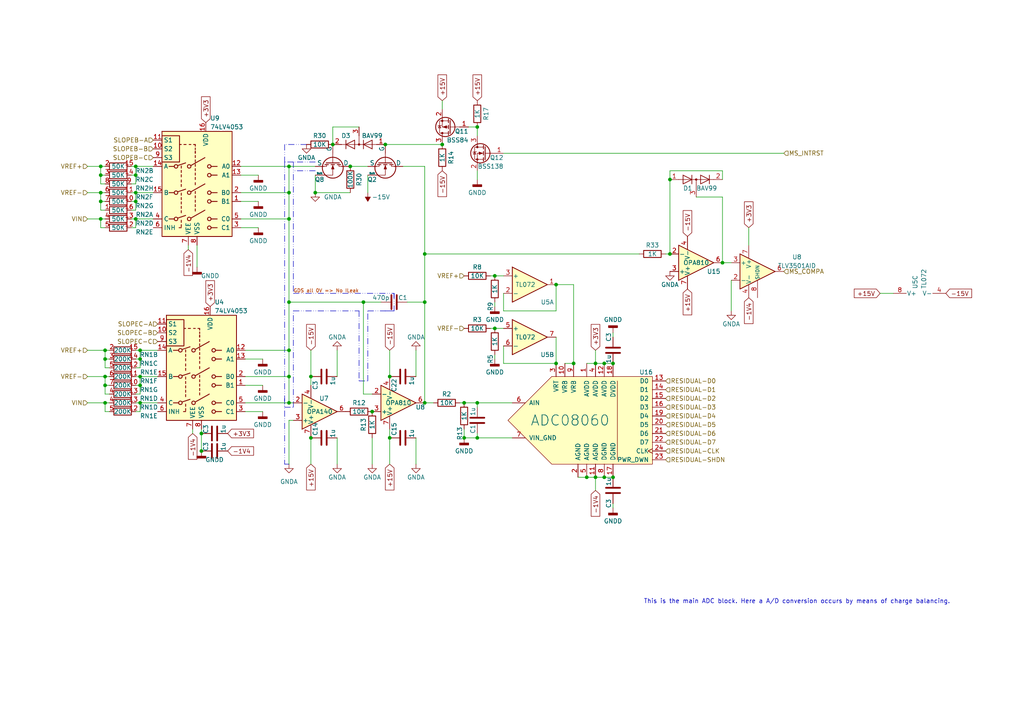
<source format=kicad_sch>
(kicad_sch
	(version 20231120)
	(generator "eeschema")
	(generator_version "8.0")
	(uuid "6b9f4a6c-f3b9-446c-88a3-e8c643cfab36")
	(paper "A4")
	(title_block
		(title "xMultislope-1v0")
		(date "2023-11-01")
	)
	
	(junction
		(at 143.51 80.01)
		(diameter 0)
		(color 0 0 0 0)
		(uuid "009a06fe-449f-4b8a-85ee-edfb05aa57c5")
	)
	(junction
		(at 123.19 87.63)
		(diameter 0)
		(color 0 0 0 0)
		(uuid "05ab0ffe-ad5a-4eaa-8e51-783ffc71deca")
	)
	(junction
		(at 29.21 58.42)
		(diameter 0)
		(color 0 0 0 0)
		(uuid "08317286-5909-4ffb-a80f-48f2f39e30a4")
	)
	(junction
		(at 96.52 41.91)
		(diameter 0)
		(color 0 0 0 0)
		(uuid "097351b5-868e-4926-9721-282df9528035")
	)
	(junction
		(at 30.48 111.76)
		(diameter 0)
		(color 0 0 0 0)
		(uuid "0a28d040-a226-42de-ac03-87c7dfa5cf27")
	)
	(junction
		(at 172.72 105.41)
		(diameter 0)
		(color 0 0 0 0)
		(uuid "129d8566-67df-4efe-8e5d-3111c1259dd7")
	)
	(junction
		(at 39.37 48.26)
		(diameter 0)
		(color 0 0 0 0)
		(uuid "143bae06-5f78-474f-81f3-5b0b5b16ef63")
	)
	(junction
		(at 58.42 130.81)
		(diameter 0)
		(color 0 0 0 0)
		(uuid "15279175-1f0b-4c16-b844-81d3769636c8")
	)
	(junction
		(at 83.82 55.88)
		(diameter 0)
		(color 0 0 0 0)
		(uuid "1e6b3a18-dd33-4b5c-9024-f609acf7bea2")
	)
	(junction
		(at 90.17 109.22)
		(diameter 0)
		(color 0 0 0 0)
		(uuid "270a1687-d2dc-450b-8f44-53f2a8871fe4")
	)
	(junction
		(at 39.37 58.42)
		(diameter 0)
		(color 0 0 0 0)
		(uuid "279ec514-1427-4c49-90c9-136fc2253d30")
	)
	(junction
		(at 166.37 105.41)
		(diameter 0)
		(color 0 0 0 0)
		(uuid "2a980e00-0ee1-40b0-bbdf-cd08b8e57ca4")
	)
	(junction
		(at 30.48 101.6)
		(diameter 0)
		(color 0 0 0 0)
		(uuid "2f7d6217-4473-4cc0-9a13-e0dedcc36a61")
	)
	(junction
		(at 194.31 52.07)
		(diameter 0)
		(color 0 0 0 0)
		(uuid "2f8eef7b-42fe-45e1-a231-850dcba201e1")
	)
	(junction
		(at 177.8 105.41)
		(diameter 0)
		(color 0 0 0 0)
		(uuid "3052e822-2018-4012-87cd-f3ab979d9f12")
	)
	(junction
		(at 101.6 48.26)
		(diameter 0)
		(color 0 0 0 0)
		(uuid "3546098d-acff-4d67-85a3-58b1df749be3")
	)
	(junction
		(at 39.37 50.8)
		(diameter 0)
		(color 0 0 0 0)
		(uuid "362c6d82-5d56-4440-9d96-f7a3c96cedac")
	)
	(junction
		(at 170.18 138.43)
		(diameter 0)
		(color 0 0 0 0)
		(uuid "3c46baa7-32c7-4dda-8b07-661a5741a710")
	)
	(junction
		(at 83.82 109.22)
		(diameter 0)
		(color 0 0 0 0)
		(uuid "4317b37e-c050-446e-83a2-9c0fa76e1a2d")
	)
	(junction
		(at 40.64 101.6)
		(diameter 0)
		(color 0 0 0 0)
		(uuid "436a4c3d-fea7-47cd-b8dd-5de2d446c926")
	)
	(junction
		(at 40.64 116.84)
		(diameter 0)
		(color 0 0 0 0)
		(uuid "50f1f47e-2205-401c-b6b6-5e6de69f5942")
	)
	(junction
		(at 138.43 36.83)
		(diameter 0)
		(color 0 0 0 0)
		(uuid "539f18d9-05fc-4273-91d2-fee351bfcb9a")
	)
	(junction
		(at 128.27 41.91)
		(diameter 0)
		(color 0 0 0 0)
		(uuid "57e5fea4-3d93-48ff-ae7a-bf65986c4740")
	)
	(junction
		(at 29.21 50.8)
		(diameter 0)
		(color 0 0 0 0)
		(uuid "5a5f417b-d7e1-42ed-b0b9-29c2e1d73f86")
	)
	(junction
		(at 30.48 109.22)
		(diameter 0)
		(color 0 0 0 0)
		(uuid "5b2a808e-f4cb-4c34-91dd-00bff9b5daae")
	)
	(junction
		(at 161.29 105.41)
		(diameter 0)
		(color 0 0 0 0)
		(uuid "613a008f-965a-42ad-99ae-fcc667de9fc0")
	)
	(junction
		(at 134.62 127)
		(diameter 0)
		(color 0 0 0 0)
		(uuid "695a2752-53b9-4ca9-baaf-579ca4d570cf")
	)
	(junction
		(at 143.51 95.25)
		(diameter 0)
		(color 0 0 0 0)
		(uuid "726ae264-0d25-4cb7-8dae-2468e9b80b30")
	)
	(junction
		(at 40.64 109.22)
		(diameter 0)
		(color 0 0 0 0)
		(uuid "7a8bfc41-eb18-4442-ab1b-e9cfbfa7760b")
	)
	(junction
		(at 83.82 87.63)
		(diameter 0)
		(color 0 0 0 0)
		(uuid "7ea5da44-fde3-4865-9010-b05b5a0e23aa")
	)
	(junction
		(at 83.82 116.84)
		(diameter 0)
		(color 0 0 0 0)
		(uuid "8b9af45e-2766-4d78-b52c-a2846d0e8dd9")
	)
	(junction
		(at 107.95 119.38)
		(diameter 0)
		(color 0 0 0 0)
		(uuid "8e1ad5b4-fb5a-439d-94d6-feebea44a31a")
	)
	(junction
		(at 172.72 138.43)
		(diameter 0)
		(color 0 0 0 0)
		(uuid "8eb93488-0f5c-4876-848d-06efd4e815dc")
	)
	(junction
		(at 40.64 111.76)
		(diameter 0)
		(color 0 0 0 0)
		(uuid "9023db01-f8be-43f2-a0a3-8b43823dd1fd")
	)
	(junction
		(at 58.42 125.73)
		(diameter 0)
		(color 0 0 0 0)
		(uuid "9a723219-e683-44d6-9e6f-85b05ed24fa6")
	)
	(junction
		(at 194.31 73.66)
		(diameter 0)
		(color 0 0 0 0)
		(uuid "a0252d57-4845-4379-9c4d-72d8fc0a0f49")
	)
	(junction
		(at 134.62 116.84)
		(diameter 0)
		(color 0 0 0 0)
		(uuid "a2bda24c-25a9-4dac-9af0-47021afb41ad")
	)
	(junction
		(at 90.17 127)
		(diameter 0)
		(color 0 0 0 0)
		(uuid "a3b8d96e-893a-4794-a3a9-5c33d0513016")
	)
	(junction
		(at 30.48 104.14)
		(diameter 0)
		(color 0 0 0 0)
		(uuid "a6750644-d642-428e-b76a-0daa34d7cb20")
	)
	(junction
		(at 113.03 127)
		(diameter 0)
		(color 0 0 0 0)
		(uuid "a82a7dd8-52b3-4b1e-92f9-b1a7ee604507")
	)
	(junction
		(at 175.26 138.43)
		(diameter 0)
		(color 0 0 0 0)
		(uuid "aed07828-c09c-4d1a-9f21-382e639cfafc")
	)
	(junction
		(at 209.55 76.2)
		(diameter 0)
		(color 0 0 0 0)
		(uuid "af854a01-c0ed-47eb-8f3b-9a34142e7169")
	)
	(junction
		(at 138.43 116.84)
		(diameter 0)
		(color 0 0 0 0)
		(uuid "b0f4346b-4632-4244-bafa-25988ec60aff")
	)
	(junction
		(at 29.21 48.26)
		(diameter 0)
		(color 0 0 0 0)
		(uuid "b3032609-fd98-43d2-9c8f-eec246edf056")
	)
	(junction
		(at 105.41 87.63)
		(diameter 0)
		(color 0 0 0 0)
		(uuid "b33eed5e-04f6-4f05-87a9-a7813bbf6578")
	)
	(junction
		(at 175.26 105.41)
		(diameter 0)
		(color 0 0 0 0)
		(uuid "b3cb5a10-4991-4e33-b18c-2302b4f39c70")
	)
	(junction
		(at 177.8 138.43)
		(diameter 0)
		(color 0 0 0 0)
		(uuid "b6cd52f5-a669-462b-bd29-32eddf751a34")
	)
	(junction
		(at 113.03 109.22)
		(diameter 0)
		(color 0 0 0 0)
		(uuid "be8a131e-5687-481e-8ad9-a96d99ba43b7")
	)
	(junction
		(at 30.48 116.84)
		(diameter 0)
		(color 0 0 0 0)
		(uuid "c2dbd0df-6479-41fc-959c-c95938be890a")
	)
	(junction
		(at 91.44 55.88)
		(diameter 0)
		(color 0 0 0 0)
		(uuid "cdf9eded-67b6-47f4-a940-f58c32923257")
	)
	(junction
		(at 29.21 63.5)
		(diameter 0)
		(color 0 0 0 0)
		(uuid "d5cac169-f684-48d1-8fb9-82d0525b30fe")
	)
	(junction
		(at 39.37 63.5)
		(diameter 0)
		(color 0 0 0 0)
		(uuid "dab9e7d8-dc6e-4d44-bfd5-0dea1002e3b1")
	)
	(junction
		(at 161.29 82.55)
		(diameter 0)
		(color 0 0 0 0)
		(uuid "dae149f0-d304-48cf-aa5b-561ddadf4fee")
	)
	(junction
		(at 83.82 48.26)
		(diameter 0)
		(color 0 0 0 0)
		(uuid "daf5069b-80c9-4784-8752-659e0b089b44")
	)
	(junction
		(at 83.82 63.5)
		(diameter 0)
		(color 0 0 0 0)
		(uuid "dfd90065-23b7-4f76-aad2-9eed49cfa92b")
	)
	(junction
		(at 39.37 55.88)
		(diameter 0)
		(color 0 0 0 0)
		(uuid "e29bf012-79fb-450f-973d-4d1f805fa52a")
	)
	(junction
		(at 138.43 127)
		(diameter 0)
		(color 0 0 0 0)
		(uuid "e788800b-8092-4d2a-88eb-a6ee6e3a4228")
	)
	(junction
		(at 111.76 41.91)
		(diameter 0)
		(color 0 0 0 0)
		(uuid "e86c20bb-3246-4188-9c75-c56b0a76b654")
	)
	(junction
		(at 40.64 104.14)
		(diameter 0)
		(color 0 0 0 0)
		(uuid "edcbd469-abe8-432c-bc32-21bee5af9215")
	)
	(junction
		(at 123.19 116.84)
		(diameter 0)
		(color 0 0 0 0)
		(uuid "f21ec19d-a03c-4f87-b090-54c8e483cf3a")
	)
	(junction
		(at 29.21 55.88)
		(diameter 0)
		(color 0 0 0 0)
		(uuid "f60a8319-c6ad-4b8e-900a-970c59ba2008")
	)
	(junction
		(at 123.19 73.66)
		(diameter 0)
		(color 0 0 0 0)
		(uuid "f634a92f-2ac1-4c6e-97ec-a1b13a68f60e")
	)
	(junction
		(at 83.82 101.6)
		(diameter 0)
		(color 0 0 0 0)
		(uuid "fb8d9ff7-8f9f-451b-ad74-41c92a574208")
	)
	(wire
		(pts
			(xy 30.48 111.76) (xy 31.75 111.76)
		)
		(stroke
			(width 0)
			(type default)
		)
		(uuid "00157084-aa48-47d6-9fec-1f5ee192532d")
	)
	(wire
		(pts
			(xy 40.64 119.38) (xy 40.64 116.84)
		)
		(stroke
			(width 0)
			(type default)
		)
		(uuid "037d1828-281c-47da-99a9-6ac43ef65517")
	)
	(wire
		(pts
			(xy 123.19 87.63) (xy 123.19 116.84)
		)
		(stroke
			(width 0)
			(type default)
		)
		(uuid "06067fb2-7edf-4252-b946-3fb1791b6b20")
	)
	(wire
		(pts
			(xy 25.4 55.88) (xy 29.21 55.88)
		)
		(stroke
			(width 0)
			(type default)
		)
		(uuid "089eed6e-744f-4081-8311-c21e5f606c04")
	)
	(wire
		(pts
			(xy 40.64 111.76) (xy 40.64 114.3)
		)
		(stroke
			(width 0)
			(type default)
		)
		(uuid "09f30c97-f325-42fe-9f3d-df1b26f48938")
	)
	(wire
		(pts
			(xy 170.18 138.43) (xy 167.64 138.43)
		)
		(stroke
			(width 0)
			(type default)
		)
		(uuid "0e216587-bbac-454d-b1f6-475e3a54e6a0")
	)
	(wire
		(pts
			(xy 255.27 85.09) (xy 259.08 85.09)
		)
		(stroke
			(width 0)
			(type default)
		)
		(uuid "0fa86dc4-de4d-4ff1-aae7-5272e9b0b168")
	)
	(polyline
		(pts
			(xy 82.55 134.62) (xy 83.82 134.62)
		)
		(stroke
			(width 0)
			(type default)
		)
		(uuid "0fc8388a-2281-4aa3-a8aa-b03b72adfdc4")
	)
	(wire
		(pts
			(xy 118.11 87.63) (xy 123.19 87.63)
		)
		(stroke
			(width 0)
			(type default)
		)
		(uuid "112907d3-55fc-42f7-86d5-5b719e876531")
	)
	(wire
		(pts
			(xy 83.82 48.26) (xy 83.82 55.88)
		)
		(stroke
			(width 0)
			(type default)
		)
		(uuid "13218653-078b-448f-a5a3-6137bea864ea")
	)
	(wire
		(pts
			(xy 30.48 119.38) (xy 30.48 116.84)
		)
		(stroke
			(width 0)
			(type default)
		)
		(uuid "13c16fec-7310-4d50-af36-8ddb5c1e7cde")
	)
	(wire
		(pts
			(xy 106.68 50.8) (xy 106.68 55.88)
		)
		(stroke
			(width 0)
			(type default)
		)
		(uuid "1422d3d8-2ade-42b0-9c28-288c309b01c1")
	)
	(wire
		(pts
			(xy 30.48 104.14) (xy 31.75 104.14)
		)
		(stroke
			(width 0)
			(type default)
		)
		(uuid "14af5d37-f816-4e56-b064-43fd7ba07af8")
	)
	(wire
		(pts
			(xy 30.48 109.22) (xy 31.75 109.22)
		)
		(stroke
			(width 0)
			(type default)
		)
		(uuid "18affbea-57ba-4ad0-886c-4d46aa0ac386")
	)
	(wire
		(pts
			(xy 71.12 101.6) (xy 83.82 101.6)
		)
		(stroke
			(width 0)
			(type default)
		)
		(uuid "1c0cda6b-771f-46b5-abeb-b92c3e866dba")
	)
	(wire
		(pts
			(xy 143.51 95.25) (xy 146.05 95.25)
		)
		(stroke
			(width 0)
			(type default)
		)
		(uuid "1c20d7f2-3385-40d1-be89-ca6176f33c15")
	)
	(wire
		(pts
			(xy 83.82 87.63) (xy 105.41 87.63)
		)
		(stroke
			(width 0)
			(type default)
		)
		(uuid "1d4df78c-02de-4636-9c2f-a968dceb3bff")
	)
	(wire
		(pts
			(xy 90.17 101.6) (xy 90.17 109.22)
		)
		(stroke
			(width 0)
			(type default)
		)
		(uuid "1f56aa04-9ce7-49b1-b715-1ac51f925d4c")
	)
	(wire
		(pts
			(xy 38.1 53.34) (xy 39.37 53.34)
		)
		(stroke
			(width 0)
			(type default)
		)
		(uuid "217158ea-b37e-4049-83d9-0de323596e9f")
	)
	(wire
		(pts
			(xy 146.05 85.09) (xy 146.05 90.17)
		)
		(stroke
			(width 0)
			(type default)
		)
		(uuid "21c4655b-da18-43c1-aa71-8444de5f2402")
	)
	(wire
		(pts
			(xy 69.85 48.26) (xy 83.82 48.26)
		)
		(stroke
			(width 0)
			(type default)
		)
		(uuid "2280d92c-9fff-4f1f-a4a4-68455605f6c6")
	)
	(wire
		(pts
			(xy 40.64 116.84) (xy 45.72 116.84)
		)
		(stroke
			(width 0)
			(type default)
		)
		(uuid "22cdafe3-1d48-43c2-bd3b-471ac66860ed")
	)
	(wire
		(pts
			(xy 39.37 50.8) (xy 39.37 53.34)
		)
		(stroke
			(width 0)
			(type default)
		)
		(uuid "23859fdd-2f88-43c7-b9a4-15d80a1f4e53")
	)
	(wire
		(pts
			(xy 39.37 101.6) (xy 40.64 101.6)
		)
		(stroke
			(width 0)
			(type default)
		)
		(uuid "26b1ef46-2545-49d9-907e-5b14f0759cef")
	)
	(polyline
		(pts
			(xy 91.44 46.99) (xy 85.09 46.99)
		)
		(stroke
			(width 0)
			(type dash_dot_dot)
		)
		(uuid "2807ab0a-0b44-488f-a7ba-fd134ad096e1")
	)
	(wire
		(pts
			(xy 40.64 101.6) (xy 40.64 104.14)
		)
		(stroke
			(width 0)
			(type default)
		)
		(uuid "287b9a29-9497-4c62-b163-8861296253fc")
	)
	(wire
		(pts
			(xy 113.03 124.46) (xy 113.03 127)
		)
		(stroke
			(width 0)
			(type default)
		)
		(uuid "2a27a6ee-1593-4310-a90f-23e615b22e0c")
	)
	(wire
		(pts
			(xy 74.93 50.8) (xy 69.85 50.8)
		)
		(stroke
			(width 0)
			(type default)
		)
		(uuid "2ab109e7-ad81-4616-a1f9-6fb137cec0ec")
	)
	(wire
		(pts
			(xy 39.37 48.26) (xy 44.45 48.26)
		)
		(stroke
			(width 0)
			(type default)
		)
		(uuid "2ca308d0-8fe5-441a-aee7-3ef2ca54162a")
	)
	(wire
		(pts
			(xy 39.37 66.04) (xy 39.37 63.5)
		)
		(stroke
			(width 0)
			(type default)
		)
		(uuid "2f47d1bb-ef0b-40c3-9c7d-ccc1f4ac70d4")
	)
	(wire
		(pts
			(xy 96.52 36.83) (xy 96.52 41.91)
		)
		(stroke
			(width 0)
			(type default)
		)
		(uuid "2f7b518e-a6bb-49f7-8dcd-df203285c613")
	)
	(wire
		(pts
			(xy 29.21 48.26) (xy 30.48 48.26)
		)
		(stroke
			(width 0)
			(type default)
		)
		(uuid "314c9b97-89a3-4b3c-9eca-f077602257e6")
	)
	(wire
		(pts
			(xy 38.1 55.88) (xy 39.37 55.88)
		)
		(stroke
			(width 0)
			(type default)
		)
		(uuid "31aed8eb-dabf-46f7-a189-8b30f3cc6ad9")
	)
	(wire
		(pts
			(xy 29.21 60.96) (xy 30.48 60.96)
		)
		(stroke
			(width 0)
			(type default)
		)
		(uuid "3222d3f5-8997-4fc7-a862-5121f5ee4bd2")
	)
	(wire
		(pts
			(xy 69.85 55.88) (xy 83.82 55.88)
		)
		(stroke
			(width 0)
			(type default)
		)
		(uuid "32d4b80f-cd45-4319-b9b5-3146b1ffddb0")
	)
	(wire
		(pts
			(xy 90.17 109.22) (xy 90.17 111.76)
		)
		(stroke
			(width 0)
			(type default)
		)
		(uuid "35020c90-174c-4fbb-92e8-bf6957378a2e")
	)
	(wire
		(pts
			(xy 76.2 104.14) (xy 71.12 104.14)
		)
		(stroke
			(width 0)
			(type default)
		)
		(uuid "361a208f-d145-4d4b-a508-3b07309821fb")
	)
	(wire
		(pts
			(xy 40.64 109.22) (xy 45.72 109.22)
		)
		(stroke
			(width 0)
			(type default)
		)
		(uuid "37b6c441-95d0-446b-bffe-8b2ae287d7fa")
	)
	(wire
		(pts
			(xy 120.65 101.6) (xy 120.65 109.22)
		)
		(stroke
			(width 0)
			(type default)
		)
		(uuid "37cff93b-4fbf-4d0a-8f71-e88758a43028")
	)
	(wire
		(pts
			(xy 38.1 50.8) (xy 39.37 50.8)
		)
		(stroke
			(width 0)
			(type default)
		)
		(uuid "3821db06-1250-4f2e-8805-06acbad0e5ac")
	)
	(wire
		(pts
			(xy 138.43 52.07) (xy 138.43 49.53)
		)
		(stroke
			(width 0)
			(type default)
		)
		(uuid "3a32a26b-55c9-4ce8-926f-e3853c078272")
	)
	(wire
		(pts
			(xy 170.18 105.41) (xy 172.72 105.41)
		)
		(stroke
			(width 0)
			(type default)
		)
		(uuid "3fb36211-c178-479e-81a0-e6121641eb4c")
	)
	(wire
		(pts
			(xy 38.1 60.96) (xy 39.37 60.96)
		)
		(stroke
			(width 0)
			(type default)
		)
		(uuid "40253129-cb3a-4a29-9cd8-2ea511af343e")
	)
	(wire
		(pts
			(xy 143.51 80.01) (xy 146.05 80.01)
		)
		(stroke
			(width 0)
			(type default)
		)
		(uuid "415cfcaa-c134-482c-b02a-0c0676fd8b09")
	)
	(wire
		(pts
			(xy 25.4 109.22) (xy 30.48 109.22)
		)
		(stroke
			(width 0)
			(type default)
		)
		(uuid "41b32ffd-34f1-4554-a026-f8e01c56e84e")
	)
	(wire
		(pts
			(xy 212.09 81.28) (xy 212.09 90.17)
		)
		(stroke
			(width 0)
			(type default)
		)
		(uuid "422828b0-c56c-4e46-9e2b-b611f031b9bf")
	)
	(wire
		(pts
			(xy 128.27 29.21) (xy 128.27 31.75)
		)
		(stroke
			(width 0)
			(type default)
		)
		(uuid "42cb47c8-50c4-475e-9120-c24f513f0a5a")
	)
	(wire
		(pts
			(xy 123.19 73.66) (xy 123.19 48.26)
		)
		(stroke
			(width 0)
			(type default)
		)
		(uuid "43db4f2e-e64a-499b-bf54-601d6ac94b47")
	)
	(wire
		(pts
			(xy 113.03 134.62) (xy 113.03 127)
		)
		(stroke
			(width 0)
			(type default)
		)
		(uuid "44998341-186a-41aa-aa0d-b714e16c0950")
	)
	(wire
		(pts
			(xy 175.26 138.43) (xy 172.72 138.43)
		)
		(stroke
			(width 0)
			(type default)
		)
		(uuid "45d64af5-58f6-4e37-aefd-6ed092787118")
	)
	(wire
		(pts
			(xy 29.21 53.34) (xy 30.48 53.34)
		)
		(stroke
			(width 0)
			(type default)
		)
		(uuid "47751a6b-25ae-4614-81c7-3145cf4c622f")
	)
	(wire
		(pts
			(xy 172.72 138.43) (xy 170.18 138.43)
		)
		(stroke
			(width 0)
			(type default)
		)
		(uuid "4a449623-b159-4424-9616-48ea546d30c1")
	)
	(polyline
		(pts
			(xy 106.68 110.49) (xy 106.68 90.17)
		)
		(stroke
			(width 0)
			(type dash_dot_dot)
		)
		(uuid "4a7037b2-dec4-49c9-9546-6cb7f56620b3")
	)
	(wire
		(pts
			(xy 134.62 116.84) (xy 133.35 116.84)
		)
		(stroke
			(width 0)
			(type default)
		)
		(uuid "4e133e2a-b57b-47b8-8a79-1a1e9f92cc7f")
	)
	(wire
		(pts
			(xy 85.09 121.92) (xy 83.82 121.92)
		)
		(stroke
			(width 0)
			(type default)
		)
		(uuid "50a8ecb0-70fe-4030-b0ea-1a9004ef35c9")
	)
	(wire
		(pts
			(xy 83.82 63.5) (xy 83.82 87.63)
		)
		(stroke
			(width 0)
			(type default)
		)
		(uuid "5693ae3f-b653-44e8-8689-b0282916ef49")
	)
	(wire
		(pts
			(xy 40.64 101.6) (xy 45.72 101.6)
		)
		(stroke
			(width 0)
			(type default)
		)
		(uuid "603d58e4-16c1-4e29-a53a-cbb858b0357a")
	)
	(wire
		(pts
			(xy 161.29 82.55) (xy 161.29 90.17)
		)
		(stroke
			(width 0)
			(type default)
		)
		(uuid "60aa788f-59cb-4cc6-b9de-745cc2a54636")
	)
	(wire
		(pts
			(xy 172.72 142.24) (xy 172.72 138.43)
		)
		(stroke
			(width 0)
			(type default)
		)
		(uuid "61675512-e3be-4b47-a2d6-ddd1e2c37b2d")
	)
	(polyline
		(pts
			(xy 82.55 118.11) (xy 85.09 118.11)
		)
		(stroke
			(width 0)
			(type dash_dot_dot)
		)
		(uuid "626e528d-0e9b-488a-8929-82dda90b50d9")
	)
	(wire
		(pts
			(xy 143.51 87.63) (xy 143.51 88.9)
		)
		(stroke
			(width 0)
			(type default)
		)
		(uuid "62a908ba-d4ea-4101-9eaf-54c15d513d9b")
	)
	(polyline
		(pts
			(xy 104.14 90.17) (xy 104.14 110.49)
		)
		(stroke
			(width 0)
			(type dash_dot_dot)
		)
		(uuid "64ad9b51-63b8-40b7-a3f6-9a6d11281114")
	)
	(wire
		(pts
			(xy 29.21 63.5) (xy 30.48 63.5)
		)
		(stroke
			(width 0)
			(type default)
		)
		(uuid "658adaf7-1737-4fbb-bb1d-5d14ce8014e5")
	)
	(wire
		(pts
			(xy 97.79 134.62) (xy 97.79 127)
		)
		(stroke
			(width 0)
			(type default)
		)
		(uuid "67760523-7b17-4d22-9827-2a2f56c8df89")
	)
	(wire
		(pts
			(xy 30.48 66.04) (xy 29.21 66.04)
		)
		(stroke
			(width 0)
			(type default)
		)
		(uuid "67ba389c-c718-465e-97df-f86d7ca344b9")
	)
	(wire
		(pts
			(xy 143.51 102.87) (xy 143.51 104.14)
		)
		(stroke
			(width 0)
			(type default)
		)
		(uuid "68687b7d-d6cd-4089-99b5-cd08b6eab3e0")
	)
	(wire
		(pts
			(xy 39.37 106.68) (xy 40.64 106.68)
		)
		(stroke
			(width 0)
			(type default)
		)
		(uuid "6916b68e-2554-4f5d-999e-15a5764a1722")
	)
	(wire
		(pts
			(xy 166.37 105.41) (xy 163.83 105.41)
		)
		(stroke
			(width 0)
			(type default)
		)
		(uuid "69e735e9-cf54-43a3-b39f-992434ec7463")
	)
	(wire
		(pts
			(xy 25.4 48.26) (xy 29.21 48.26)
		)
		(stroke
			(width 0)
			(type default)
		)
		(uuid "6bdc8daa-9931-42c6-850e-aaf508b8d70f")
	)
	(wire
		(pts
			(xy 83.82 116.84) (xy 85.09 116.84)
		)
		(stroke
			(width 0)
			(type default)
		)
		(uuid "6c22eb71-5d24-476e-b5a5-ee07be14fb63")
	)
	(wire
		(pts
			(xy 25.4 63.5) (xy 29.21 63.5)
		)
		(stroke
			(width 0)
			(type default)
		)
		(uuid "6c56fd93-b15f-4009-8b91-c83f72cdc3ba")
	)
	(wire
		(pts
			(xy 83.82 55.88) (xy 83.82 63.5)
		)
		(stroke
			(width 0)
			(type default)
		)
		(uuid "6e88accd-97a7-4304-a4d6-cb50916f4e5d")
	)
	(wire
		(pts
			(xy 101.6 48.26) (xy 106.68 48.26)
		)
		(stroke
			(width 0)
			(type default)
		)
		(uuid "7014b738-ca86-44b6-b99e-780b3ff2f749")
	)
	(wire
		(pts
			(xy 166.37 82.55) (xy 166.37 105.41)
		)
		(stroke
			(width 0)
			(type default)
		)
		(uuid "707bad02-08e0-49d4-b22e-5d9ac49c3310")
	)
	(wire
		(pts
			(xy 29.21 48.26) (xy 29.21 50.8)
		)
		(stroke
			(width 0)
			(type default)
		)
		(uuid "70fe1351-55e6-4303-9cca-02c9ab4d591b")
	)
	(wire
		(pts
			(xy 96.52 36.83) (xy 104.14 36.83)
		)
		(stroke
			(width 0)
			(type default)
		)
		(uuid "750d8734-9aaf-4320-afbb-75bb90e1fb55")
	)
	(wire
		(pts
			(xy 39.37 114.3) (xy 40.64 114.3)
		)
		(stroke
			(width 0)
			(type default)
		)
		(uuid "76dec595-6634-4cfe-98e7-38c5fbf5e800")
	)
	(wire
		(pts
			(xy 58.42 125.73) (xy 58.42 124.46)
		)
		(stroke
			(width 0)
			(type default)
		)
		(uuid "779e67d6-f994-473a-85cc-149e0f2107a0")
	)
	(wire
		(pts
			(xy 172.72 105.41) (xy 175.26 105.41)
		)
		(stroke
			(width 0)
			(type default)
		)
		(uuid "79df47dc-414b-4c55-aaaa-b9ef6191a517")
	)
	(wire
		(pts
			(xy 83.82 121.92) (xy 83.82 134.62)
		)
		(stroke
			(width 0)
			(type default)
		)
		(uuid "7c256b0f-db1e-431f-a6d6-4270cd6a63dd")
	)
	(wire
		(pts
			(xy 123.19 73.66) (xy 185.42 73.66)
		)
		(stroke
			(width 0)
			(type default)
		)
		(uuid "7ed0672d-7650-4128-8062-1a57cd85bcac")
	)
	(wire
		(pts
			(xy 39.37 109.22) (xy 40.64 109.22)
		)
		(stroke
			(width 0)
			(type default)
		)
		(uuid "7f816a34-e4dc-4eb6-b3df-16ce95a3a1d5")
	)
	(wire
		(pts
			(xy 57.15 71.12) (xy 57.15 77.47)
		)
		(stroke
			(width 0)
			(type default)
		)
		(uuid "811322c5-2e67-41e6-aa45-50ce9cd0fc32")
	)
	(wire
		(pts
			(xy 30.48 111.76) (xy 30.48 114.3)
		)
		(stroke
			(width 0)
			(type default)
		)
		(uuid "8187af03-037f-43e0-bee0-0b759875de4c")
	)
	(wire
		(pts
			(xy 25.4 101.6) (xy 30.48 101.6)
		)
		(stroke
			(width 0)
			(type default)
		)
		(uuid "82384b0f-e4f2-4271-af34-cde4688fe4c5")
	)
	(wire
		(pts
			(xy 97.79 101.6) (xy 97.79 109.22)
		)
		(stroke
			(width 0)
			(type default)
		)
		(uuid "82df7158-f2b7-4605-876b-e0f52a28b1db")
	)
	(wire
		(pts
			(xy 83.82 116.84) (xy 83.82 109.22)
		)
		(stroke
			(width 0)
			(type default)
		)
		(uuid "82ec6306-c091-4d33-9973-0317fb6d4c95")
	)
	(polyline
		(pts
			(xy 114.3 85.09) (xy 114.3 90.17)
		)
		(stroke
			(width 0)
			(type dash_dot_dot)
		)
		(uuid "83a91ea0-391e-46fa-b5d3-59e4cd31f0fd")
	)
	(wire
		(pts
			(xy 74.93 66.04) (xy 69.85 66.04)
		)
		(stroke
			(width 0)
			(type default)
		)
		(uuid "84194773-b495-46ea-a1ae-ad6311c4a6c2")
	)
	(wire
		(pts
			(xy 29.21 50.8) (xy 30.48 50.8)
		)
		(stroke
			(width 0)
			(type default)
		)
		(uuid "87d8ee61-7fb6-45d1-a2a9-5f6a39fe57e3")
	)
	(wire
		(pts
			(xy 209.55 49.53) (xy 209.55 52.07)
		)
		(stroke
			(width 0)
			(type default)
		)
		(uuid "893f583d-b362-49de-89b3-a9b8c551c286")
	)
	(wire
		(pts
			(xy 83.82 109.22) (xy 83.82 101.6)
		)
		(stroke
			(width 0)
			(type default)
		)
		(uuid "895c053b-a161-4868-82f5-7ed1a21ecf4e")
	)
	(wire
		(pts
			(xy 143.51 80.01) (xy 142.24 80.01)
		)
		(stroke
			(width 0)
			(type default)
		)
		(uuid "8a3554ab-2782-4319-acb6-ca821c75c345")
	)
	(wire
		(pts
			(xy 146.05 90.17) (xy 161.29 90.17)
		)
		(stroke
			(width 0)
			(type default)
		)
		(uuid "8a69b496-e367-46ea-9730-84061192c1f2")
	)
	(wire
		(pts
			(xy 54.61 72.39) (xy 54.61 71.12)
		)
		(stroke
			(width 0)
			(type default)
		)
		(uuid "8a754926-57c4-4529-a132-63a25602fa08")
	)
	(wire
		(pts
			(xy 146.05 100.33) (xy 146.05 105.41)
		)
		(stroke
			(width 0)
			(type default)
		)
		(uuid "8a91e443-7c23-42d3-b342-245499bbcc74")
	)
	(polyline
		(pts
			(xy 106.68 90.17) (xy 111.76 90.17)
		)
		(stroke
			(width 0)
			(type dash_dot_dot)
		)
		(uuid "8b37e492-9a91-4ec1-a4cc-a7bed727e939")
	)
	(wire
		(pts
			(xy 161.29 82.55) (xy 166.37 82.55)
		)
		(stroke
			(width 0)
			(type default)
		)
		(uuid "8b4222f5-a4b8-436e-9f03-27cb495e952b")
	)
	(wire
		(pts
			(xy 39.37 104.14) (xy 40.64 104.14)
		)
		(stroke
			(width 0)
			(type default)
		)
		(uuid "8c64a67f-c375-469a-901d-0a9cd5d7f75b")
	)
	(polyline
		(pts
			(xy 85.09 46.99) (xy 85.09 68.58)
		)
		(stroke
			(width 0)
			(type dash_dot_dot)
		)
		(uuid "8cf59194-d04f-4499-885e-78e20d4808e5")
	)
	(wire
		(pts
			(xy 177.8 146.05) (xy 177.8 147.32)
		)
		(stroke
			(width 0)
			(type default)
		)
		(uuid "91bd8213-26c9-4d2f-ba88-4053050b3786")
	)
	(wire
		(pts
			(xy 25.4 116.84) (xy 30.48 116.84)
		)
		(stroke
			(width 0)
			(type default)
		)
		(uuid "92c92f5f-b00d-440f-a966-8436ba076125")
	)
	(wire
		(pts
			(xy 201.93 57.15) (xy 209.55 57.15)
		)
		(stroke
			(width 0)
			(type default)
		)
		(uuid "938f46c4-2de2-4a58-b7bd-134dbbe11f27")
	)
	(wire
		(pts
			(xy 134.62 124.46) (xy 134.62 127)
		)
		(stroke
			(width 0)
			(type default)
		)
		(uuid "9467d9a2-c8ea-4d19-90d4-517c7221cfad")
	)
	(wire
		(pts
			(xy 194.31 52.07) (xy 194.31 73.66)
		)
		(stroke
			(width 0)
			(type default)
		)
		(uuid "97c42083-f3fe-4e96-82a2-40ff29a07b64")
	)
	(wire
		(pts
			(xy 146.05 44.45) (xy 227.33 44.45)
		)
		(stroke
			(width 0)
			(type default)
		)
		(uuid "989a07ce-ee73-4f14-a5f8-7a6c21a2257f")
	)
	(polyline
		(pts
			(xy 111.76 90.17) (xy 114.3 90.17)
		)
		(stroke
			(width 0)
			(type default)
		)
		(uuid "99e2d885-f236-44da-88f6-7e0dae9078b1")
	)
	(wire
		(pts
			(xy 135.89 36.83) (xy 138.43 36.83)
		)
		(stroke
			(width 0)
			(type default)
		)
		(uuid "9abfea3d-c9e4-404f-afeb-66c943379ffd")
	)
	(wire
		(pts
			(xy 138.43 125.73) (xy 138.43 127)
		)
		(stroke
			(width 0)
			(type default)
		)
		(uuid "9b21a3e9-ea06-499e-baae-6c7550ff8798")
	)
	(wire
		(pts
			(xy 29.21 55.88) (xy 30.48 55.88)
		)
		(stroke
			(width 0)
			(type default)
		)
		(uuid "9d24e81c-afe3-4423-b1f6-2dd255bf094d")
	)
	(polyline
		(pts
			(xy 104.14 110.49) (xy 106.68 110.49)
		)
		(stroke
			(width 0)
			(type dash_dot_dot)
		)
		(uuid "9f0c8edc-e75e-4e77-87ed-fa35f0d9f90a")
	)
	(wire
		(pts
			(xy 39.37 63.5) (xy 44.45 63.5)
		)
		(stroke
			(width 0)
			(type default)
		)
		(uuid "9f6fe0a7-a988-4b21-ae5c-ee7d89e0a846")
	)
	(wire
		(pts
			(xy 83.82 87.63) (xy 83.82 101.6)
		)
		(stroke
			(width 0)
			(type default)
		)
		(uuid "9fa2f4bf-ed7c-4a09-931e-8b7541709508")
	)
	(polyline
		(pts
			(xy 82.55 115.57) (xy 82.55 134.62)
		)
		(stroke
			(width 0)
			(type dash_dot_dot)
		)
		(uuid "a2431708-3c33-48ef-b65f-93be84b12286")
	)
	(wire
		(pts
			(xy 138.43 118.11) (xy 138.43 116.84)
		)
		(stroke
			(width 0)
			(type default)
		)
		(uuid "a33053ad-34a6-4ec9-a314-d9b6ed87909a")
	)
	(wire
		(pts
			(xy 30.48 116.84) (xy 31.75 116.84)
		)
		(stroke
			(width 0)
			(type default)
		)
		(uuid "a3393c19-0ccd-4083-845e-48e10653e2d2")
	)
	(wire
		(pts
			(xy 39.37 55.88) (xy 44.45 55.88)
		)
		(stroke
			(width 0)
			(type default)
		)
		(uuid "a4f642e4-08d5-458b-83cd-75207e0a9664")
	)
	(wire
		(pts
			(xy 30.48 101.6) (xy 30.48 104.14)
		)
		(stroke
			(width 0)
			(type default)
		)
		(uuid "a67c328b-8c30-4e67-bd81-d8f0fb550086")
	)
	(wire
		(pts
			(xy 39.37 48.26) (xy 39.37 50.8)
		)
		(stroke
			(width 0)
			(type default)
		)
		(uuid "a7e3a1c6-f98e-43ec-8c90-97101c9a6078")
	)
	(polyline
		(pts
			(xy 85.09 90.17) (xy 104.14 90.17)
		)
		(stroke
			(width 0)
			(type dash_dot_dot)
		)
		(uuid "aa554d52-7d8d-4488-b8c5-2f6788c3a57f")
	)
	(wire
		(pts
			(xy 40.64 109.22) (xy 40.64 111.76)
		)
		(stroke
			(width 0)
			(type default)
		)
		(uuid "aa88d229-ad00-44e9-b7a6-3d7ddc7c0b6b")
	)
	(wire
		(pts
			(xy 116.84 48.26) (xy 123.19 48.26)
		)
		(stroke
			(width 0)
			(type default)
		)
		(uuid "ab7b57d8-4355-4b35-a98f-14c49d3a3a64")
	)
	(wire
		(pts
			(xy 194.31 49.53) (xy 194.31 52.07)
		)
		(stroke
			(width 0)
			(type default)
		)
		(uuid "ac9bd81e-737b-4865-8eef-525bc76b3686")
	)
	(wire
		(pts
			(xy 38.1 66.04) (xy 39.37 66.04)
		)
		(stroke
			(width 0)
			(type default)
		)
		(uuid "ad5dad94-0261-4956-8396-6c46e33364c9")
	)
	(wire
		(pts
			(xy 138.43 116.84) (xy 148.59 116.84)
		)
		(stroke
			(width 0)
			(type default)
		)
		(uuid "aee7f0fc-940b-41b7-a7a6-d630b14c513a")
	)
	(wire
		(pts
			(xy 76.2 111.76) (xy 71.12 111.76)
		)
		(stroke
			(width 0)
			(type default)
		)
		(uuid "b08cda74-3234-4aa4-9b9f-937975859de4")
	)
	(wire
		(pts
			(xy 71.12 109.22) (xy 83.82 109.22)
		)
		(stroke
			(width 0)
			(type default)
		)
		(uuid "b2485fe5-58cc-4a9c-9e69-7e390b29bbf9")
	)
	(wire
		(pts
			(xy 143.51 95.25) (xy 142.24 95.25)
		)
		(stroke
			(width 0)
			(type default)
		)
		(uuid "b4a325eb-0470-4fe8-860d-b502932c1ee7")
	)
	(wire
		(pts
			(xy 39.37 58.42) (xy 39.37 60.96)
		)
		(stroke
			(width 0)
			(type default)
		)
		(uuid "b4b6e054-72e4-4297-87e9-670a2a3cdfad")
	)
	(wire
		(pts
			(xy 105.41 114.3) (xy 107.95 114.3)
		)
		(stroke
			(width 0)
			(type default)
		)
		(uuid "b4ffc9b2-974b-4143-8cd9-ec1a698c13c3")
	)
	(wire
		(pts
			(xy 29.21 66.04) (xy 29.21 63.5)
		)
		(stroke
			(width 0)
			(type default)
		)
		(uuid "b65523d3-b094-4fb5-a527-1b75e3c4ec6b")
	)
	(wire
		(pts
			(xy 105.41 87.63) (xy 110.49 87.63)
		)
		(stroke
			(width 0)
			(type default)
		)
		(uuid "b820ee4a-8d95-4c84-9c32-849f2332d46c")
	)
	(wire
		(pts
			(xy 29.21 58.42) (xy 30.48 58.42)
		)
		(stroke
			(width 0)
			(type default)
		)
		(uuid "b88d06f8-b7ea-4c22-a90c-f51bd4dc71d4")
	)
	(wire
		(pts
			(xy 39.37 119.38) (xy 40.64 119.38)
		)
		(stroke
			(width 0)
			(type default)
		)
		(uuid "ba5b9d7a-0f20-4108-8245-4b73cfc3aebf")
	)
	(wire
		(pts
			(xy 138.43 36.83) (xy 138.43 39.37)
		)
		(stroke
			(width 0)
			(type default)
		)
		(uuid "bdba4503-b0f8-4d3b-aa10-878703c03c2a")
	)
	(wire
		(pts
			(xy 58.42 130.81) (xy 58.42 125.73)
		)
		(stroke
			(width 0)
			(type default)
		)
		(uuid "bfe379ab-3f49-455c-8cf8-4c804073b9cf")
	)
	(wire
		(pts
			(xy 38.1 58.42) (xy 39.37 58.42)
		)
		(stroke
			(width 0)
			(type default)
		)
		(uuid "c0a1aa70-8d3a-4cea-a6be-3e5076835230")
	)
	(wire
		(pts
			(xy 113.03 101.6) (xy 113.03 109.22)
		)
		(stroke
			(width 0)
			(type default)
		)
		(uuid "c16d9aa6-41f6-471b-b47f-b72918b8f9e4")
	)
	(wire
		(pts
			(xy 193.04 73.66) (xy 194.31 73.66)
		)
		(stroke
			(width 0)
			(type default)
		)
		(uuid "c185c46c-62f4-47ea-88dc-cccfc477f425")
	)
	(wire
		(pts
			(xy 146.05 105.41) (xy 161.29 105.41)
		)
		(stroke
			(width 0)
			(type default)
		)
		(uuid "c290a3a8-fd85-47eb-b5ff-73a93bfe3c0c")
	)
	(wire
		(pts
			(xy 161.29 97.79) (xy 161.29 105.41)
		)
		(stroke
			(width 0)
			(type default)
		)
		(uuid "c3b3a78c-b1d4-47cc-876e-e89f2c777e6f")
	)
	(wire
		(pts
			(xy 31.75 119.38) (xy 30.48 119.38)
		)
		(stroke
			(width 0)
			(type default)
		)
		(uuid "c484eeee-cf2d-4474-914c-7f35c8c931a6")
	)
	(polyline
		(pts
			(xy 82.55 46.99) (xy 82.55 118.11)
		)
		(stroke
			(width 0)
			(type dash_dot_dot)
		)
		(uuid "c9b719af-c60d-4b56-b29b-a7a18fc75a51")
	)
	(polyline
		(pts
			(xy 85.09 68.58) (xy 85.09 85.09)
		)
		(stroke
			(width 0)
			(type dash_dot_dot)
		)
		(uuid "c9b74072-911c-4ccd-88fc-57adfadbf16e")
	)
	(wire
		(pts
			(xy 76.2 119.38) (xy 71.12 119.38)
		)
		(stroke
			(width 0)
			(type default)
		)
		(uuid "caa39ee8-1d24-4392-b596-1dbd74ad753e")
	)
	(wire
		(pts
			(xy 39.37 111.76) (xy 40.64 111.76)
		)
		(stroke
			(width 0)
			(type default)
		)
		(uuid "cab3ecea-0e7e-4730-b092-91fd88fd30ce")
	)
	(wire
		(pts
			(xy 38.1 48.26) (xy 39.37 48.26)
		)
		(stroke
			(width 0)
			(type default)
		)
		(uuid "cc335777-4902-41bf-834c-2b24288fee65")
	)
	(wire
		(pts
			(xy 172.72 101.6) (xy 172.72 105.41)
		)
		(stroke
			(width 0)
			(type default)
		)
		(uuid "cc55bd55-066c-4e09-95c5-51ddaa4d8c57")
	)
	(wire
		(pts
			(xy 138.43 127) (xy 148.59 127)
		)
		(stroke
			(width 0)
			(type default)
		)
		(uuid "cc63c892-d3b0-4879-a020-8b45326cf1a4")
	)
	(wire
		(pts
			(xy 30.48 101.6) (xy 31.75 101.6)
		)
		(stroke
			(width 0)
			(type default)
		)
		(uuid "cce29e71-293a-4145-9388-3f8a6e2b34de")
	)
	(wire
		(pts
			(xy 134.62 127) (xy 138.43 127)
		)
		(stroke
			(width 0)
			(type default)
		)
		(uuid "cd469eb4-6b51-473f-a73f-05452f93b7a5")
	)
	(wire
		(pts
			(xy 212.09 76.2) (xy 209.55 76.2)
		)
		(stroke
			(width 0)
			(type default)
		)
		(uuid "cd57ec76-9eff-47e5-9a60-487f742492af")
	)
	(wire
		(pts
			(xy 177.8 105.41) (xy 175.26 105.41)
		)
		(stroke
			(width 0)
			(type default)
		)
		(uuid "cddadd61-6f97-4296-a389-b856a5a9aaab")
	)
	(polyline
		(pts
			(xy 82.55 41.91) (xy 82.55 46.99)
		)
		(stroke
			(width 0)
			(type dash_dot_dot)
		)
		(uuid "cf08c353-7598-491f-a503-7c013e248d6a")
	)
	(wire
		(pts
			(xy 91.44 55.88) (xy 91.44 50.8)
		)
		(stroke
			(width 0)
			(type default)
		)
		(uuid "d02d7b9d-4108-4ea7-b605-8359271a7893")
	)
	(wire
		(pts
			(xy 123.19 116.84) (xy 125.73 116.84)
		)
		(stroke
			(width 0)
			(type default)
		)
		(uuid "d123117b-ec11-4e3b-ac9c-9a36ffa72d7a")
	)
	(wire
		(pts
			(xy 29.21 50.8) (xy 29.21 53.34)
		)
		(stroke
			(width 0)
			(type default)
		)
		(uuid "d1c5565b-da9e-45d5-8754-8f437edeb286")
	)
	(wire
		(pts
			(xy 177.8 96.52) (xy 177.8 97.79)
		)
		(stroke
			(width 0)
			(type default)
		)
		(uuid "d2672953-664e-4329-9879-888636d3be3f")
	)
	(wire
		(pts
			(xy 107.95 134.62) (xy 107.95 127)
		)
		(stroke
			(width 0)
			(type default)
		)
		(uuid "d327147c-045c-4b21-a135-81d6e518ca21")
	)
	(wire
		(pts
			(xy 209.55 57.15) (xy 209.55 76.2)
		)
		(stroke
			(width 0)
			(type default)
		)
		(uuid "d51e539c-769f-4c5b-9543-ae46b4dfd7f1")
	)
	(wire
		(pts
			(xy 30.48 114.3) (xy 31.75 114.3)
		)
		(stroke
			(width 0)
			(type default)
		)
		(uuid "d6a2b415-2276-4734-b389-34e529d16682")
	)
	(polyline
		(pts
			(xy 91.44 49.53) (xy 85.09 49.53)
		)
		(stroke
			(width 0)
			(type dash_dot_dot)
		)
		(uuid "d7286c6e-63f3-4f99-860c-3696a224c964")
	)
	(polyline
		(pts
			(xy 85.09 85.09) (xy 114.3 85.09)
		)
		(stroke
			(width 0)
			(type dash_dot_dot)
		)
		(uuid "d7541898-6e55-4d87-9a7d-8d74246b7295")
	)
	(wire
		(pts
			(xy 39.37 63.5) (xy 38.1 63.5)
		)
		(stroke
			(width 0)
			(type default)
		)
		(uuid "d85d1195-f389-404e-9a13-1dcff566fe72")
	)
	(wire
		(pts
			(xy 134.62 116.84) (xy 138.43 116.84)
		)
		(stroke
			(width 0)
			(type default)
		)
		(uuid "d8b52d44-3f6e-47c0-a691-e042db358568")
	)
	(wire
		(pts
			(xy 105.41 87.63) (xy 105.41 114.3)
		)
		(stroke
			(width 0)
			(type default)
		)
		(uuid "dd091372-a909-4695-8bf8-39e31115625e")
	)
	(wire
		(pts
			(xy 217.17 66.04) (xy 217.17 71.12)
		)
		(stroke
			(width 0)
			(type default)
		)
		(uuid "df0629d4-dc65-42f7-bcd5-fd4e3bbf3753")
	)
	(wire
		(pts
			(xy 30.48 106.68) (xy 31.75 106.68)
		)
		(stroke
			(width 0)
			(type default)
		)
		(uuid "e152fc51-605d-4e12-9e72-b933b2e51f33")
	)
	(wire
		(pts
			(xy 29.21 55.88) (xy 29.21 58.42)
		)
		(stroke
			(width 0)
			(type default)
		)
		(uuid "e1c2e336-334a-402f-8571-b21e5f342db6")
	)
	(wire
		(pts
			(xy 71.12 116.84) (xy 83.82 116.84)
		)
		(stroke
			(width 0)
			(type default)
		)
		(uuid "e56c1d41-ad5f-4af5-b723-fcfcb92ab63e")
	)
	(wire
		(pts
			(xy 111.76 41.91) (xy 128.27 41.91)
		)
		(stroke
			(width 0)
			(type default)
		)
		(uuid "e62157a1-c874-4fd8-aafe-acd2b383ecef")
	)
	(wire
		(pts
			(xy 39.37 55.88) (xy 39.37 58.42)
		)
		(stroke
			(width 0)
			(type default)
		)
		(uuid "e713cfbf-5af8-4380-b679-657f0628b7e7")
	)
	(wire
		(pts
			(xy 74.93 58.42) (xy 69.85 58.42)
		)
		(stroke
			(width 0)
			(type default)
		)
		(uuid "e7d55bab-2819-4844-9eac-51f163b3d750")
	)
	(wire
		(pts
			(xy 91.44 55.88) (xy 101.6 55.88)
		)
		(stroke
			(width 0)
			(type default)
		)
		(uuid "e8097511-cf8b-43d8-99e5-e67e7826ec8f")
	)
	(wire
		(pts
			(xy 194.31 49.53) (xy 209.55 49.53)
		)
		(stroke
			(width 0)
			(type default)
		)
		(uuid "e9f23855-e62b-455a-96c4-edcc5fc28260")
	)
	(wire
		(pts
			(xy 69.85 63.5) (xy 83.82 63.5)
		)
		(stroke
			(width 0)
			(type default)
		)
		(uuid "ea4642e5-a4a4-4c7d-b88d-651e85c49636")
	)
	(wire
		(pts
			(xy 30.48 104.14) (xy 30.48 106.68)
		)
		(stroke
			(width 0)
			(type default)
		)
		(uuid "ebb6f524-ccdf-4038-8915-99986b49a022")
	)
	(polyline
		(pts
			(xy 88.9 41.91) (xy 82.55 41.91)
		)
		(stroke
			(width 0)
			(type dash_dot_dot)
		)
		(uuid "ef5c00bd-46e7-4903-bef9-d2324b23871a")
	)
	(wire
		(pts
			(xy 123.19 73.66) (xy 123.19 87.63)
		)
		(stroke
			(width 0)
			(type default)
		)
		(uuid "f006a383-8065-4fe9-a410-1256a0671083")
	)
	(wire
		(pts
			(xy 30.48 109.22) (xy 30.48 111.76)
		)
		(stroke
			(width 0)
			(type default)
		)
		(uuid "f03861bf-c634-486b-9797-50e6237cd4c1")
	)
	(wire
		(pts
			(xy 83.82 48.26) (xy 91.44 48.26)
		)
		(stroke
			(width 0)
			(type default)
		)
		(uuid "f1f07de5-9f76-4e25-90d1-2537a0ab40bb")
	)
	(polyline
		(pts
			(xy 114.3 85.09) (xy 114.3 86.36)
		)
		(stroke
			(width 0)
			(type default)
		)
		(uuid "f27372f4-bcd1-4482-af22-ea0144f06ac6")
	)
	(polyline
		(pts
			(xy 85.09 118.11) (xy 85.09 90.17)
		)
		(stroke
			(width 0)
			(type dash_dot_dot)
		)
		(uuid "f5e89a3b-e87c-4561-a54a-49b4215e5d12")
	)
	(wire
		(pts
			(xy 55.88 125.73) (xy 55.88 124.46)
		)
		(stroke
			(width 0)
			(type default)
		)
		(uuid "f78cf6c0-cc3f-484c-a359-dce0da25546f")
	)
	(wire
		(pts
			(xy 90.17 127) (xy 90.17 134.62)
		)
		(stroke
			(width 0)
			(type default)
		)
		(uuid "f8a5521c-3797-47d2-9d24-08fabc7dc160")
	)
	(wire
		(pts
			(xy 40.64 104.14) (xy 40.64 106.68)
		)
		(stroke
			(width 0)
			(type default)
		)
		(uuid "f9ad0002-2b9f-4565-ab73-24edb802a9a5")
	)
	(polyline
		(pts
			(xy 85.09 46.99) (xy 82.55 46.99)
		)
		(stroke
			(width 0)
			(type dash_dot_dot)
		)
		(uuid "fb5585bd-b4c2-476c-999a-0aab19cbf185")
	)
	(wire
		(pts
			(xy 40.64 116.84) (xy 39.37 116.84)
		)
		(stroke
			(width 0)
			(type default)
		)
		(uuid "fb7b909d-f13d-4d37-882a-46604cee4b8e")
	)
	(wire
		(pts
			(xy 177.8 138.43) (xy 175.26 138.43)
		)
		(stroke
			(width 0)
			(type default)
		)
		(uuid "fb8137d4-88f9-4310-8365-86e92ccb5a14")
	)
	(wire
		(pts
			(xy 120.65 134.62) (xy 120.65 127)
		)
		(stroke
			(width 0)
			(type default)
		)
		(uuid "fc50b09c-0e61-4a37-8c2d-0d7d916117cb")
	)
	(wire
		(pts
			(xy 29.21 58.42) (xy 29.21 60.96)
		)
		(stroke
			(width 0)
			(type default)
		)
		(uuid "ff389607-5fc4-425e-87c7-8def6224534a")
	)
	(text "GDS all 0V => No ILeak"
		(exclude_from_sim no)
		(at 85.09 85.09 0)
		(effects
			(font
				(size 1 1)
				(color 180 60 0 1)
			)
			(justify left bottom)
		)
		(uuid "6d2d0b76-2e04-4cf2-bef8-4a95009c7f3e")
	)
	(text "This is the main ADC block. Here a A/D conversion occurs by means of charge balancing."
		(exclude_from_sim no)
		(at 186.69 175.26 0)
		(effects
			(font
				(size 1.27 1.27)
			)
			(justify left bottom)
		)
		(uuid "728d9bf8-10fa-4b85-ab2a-2648cfe5c10d")
	)
	(global_label "+15V"
		(shape input)
		(at 90.17 134.62 270)
		(fields_autoplaced yes)
		(effects
			(font
				(size 1.27 1.27)
			)
			(justify right)
		)
		(uuid "0766428b-a72e-42d6-bfb7-e00207871a83")
		(property "Intersheetrefs" "${INTERSHEET_REFS}"
			(at 90.17 142.6852 90)
			(effects
				(font
					(size 1.27 1.27)
				)
				(justify right)
				(hide yes)
			)
		)
	)
	(global_label "+3V3"
		(shape input)
		(at 172.72 101.6 90)
		(fields_autoplaced yes)
		(effects
			(font
				(size 1.27 1.27)
			)
			(justify left)
		)
		(uuid "18db9700-d12e-4fc0-8c65-e8f865534d25")
		(property "Intersheetrefs" "${INTERSHEET_REFS}"
			(at 172.72 93.5348 90)
			(effects
				(font
					(size 1.27 1.27)
				)
				(justify left)
				(hide yes)
			)
		)
	)
	(global_label "+15V"
		(shape input)
		(at 128.27 29.21 90)
		(fields_autoplaced yes)
		(effects
			(font
				(size 1.27 1.27)
			)
			(justify left)
		)
		(uuid "1f58f02f-67e7-48eb-9e62-2054392e0cfb")
		(property "Intersheetrefs" "${INTERSHEET_REFS}"
			(at 128.27 21.1448 90)
			(effects
				(font
					(size 1.27 1.27)
				)
				(justify left)
				(hide yes)
			)
		)
	)
	(global_label "-1V4"
		(shape input)
		(at 172.72 142.24 270)
		(fields_autoplaced yes)
		(effects
			(font
				(size 1.27 1.27)
			)
			(justify right)
		)
		(uuid "20135a51-14c1-429f-a758-fb60a530bd9d")
		(property "Intersheetrefs" "${INTERSHEET_REFS}"
			(at 172.72 150.3052 90)
			(effects
				(font
					(size 1.27 1.27)
				)
				(justify right)
				(hide yes)
			)
		)
	)
	(global_label "+3V3"
		(shape input)
		(at 60.96 88.9 90)
		(fields_autoplaced yes)
		(effects
			(font
				(size 1.27 1.27)
			)
			(justify left)
		)
		(uuid "25eea8f6-155a-4b5c-81c0-a053a8811deb")
		(property "Intersheetrefs" "${INTERSHEET_REFS}"
			(at 60.96 80.8348 90)
			(effects
				(font
					(size 1.27 1.27)
				)
				(justify left)
				(hide yes)
			)
		)
	)
	(global_label "-1V4"
		(shape input)
		(at 66.04 130.81 0)
		(fields_autoplaced yes)
		(effects
			(font
				(size 1.27 1.27)
			)
			(justify left)
		)
		(uuid "3bd8993f-f5b9-4899-90d0-ffe96439e598")
		(property "Intersheetrefs" "${INTERSHEET_REFS}"
			(at 74.1052 130.81 0)
			(effects
				(font
					(size 1.27 1.27)
				)
				(justify left)
				(hide yes)
			)
		)
	)
	(global_label "+15V"
		(shape input)
		(at 113.03 134.62 270)
		(fields_autoplaced yes)
		(effects
			(font
				(size 1.27 1.27)
			)
			(justify right)
		)
		(uuid "3c2644d3-45ec-46cf-951a-3825e536393e")
		(property "Intersheetrefs" "${INTERSHEET_REFS}"
			(at 113.03 142.6852 90)
			(effects
				(font
					(size 1.27 1.27)
				)
				(justify right)
				(hide yes)
			)
		)
	)
	(global_label "-15V"
		(shape input)
		(at 199.39 68.58 90)
		(fields_autoplaced yes)
		(effects
			(font
				(size 1.27 1.27)
			)
			(justify left)
		)
		(uuid "575aa9f6-203c-47d9-a2d5-46c129b4f2c4")
		(property "Intersheetrefs" "${INTERSHEET_REFS}"
			(at 199.39 60.5148 90)
			(effects
				(font
					(size 1.27 1.27)
				)
				(justify right)
				(hide yes)
			)
		)
	)
	(global_label "+3V3"
		(shape input)
		(at 66.04 125.73 0)
		(fields_autoplaced yes)
		(effects
			(font
				(size 1.27 1.27)
			)
			(justify left)
		)
		(uuid "6aca5612-bdf0-4164-92cc-bddc6db93795")
		(property "Intersheetrefs" "${INTERSHEET_REFS}"
			(at 74.1052 125.73 0)
			(effects
				(font
					(size 1.27 1.27)
				)
				(justify left)
				(hide yes)
			)
		)
	)
	(global_label "+3V3"
		(shape input)
		(at 217.17 66.04 90)
		(fields_autoplaced yes)
		(effects
			(font
				(size 1.27 1.27)
			)
			(justify left)
		)
		(uuid "6bd777a9-1be7-45d4-92da-69fef7c98627")
		(property "Intersheetrefs" "${INTERSHEET_REFS}"
			(at 217.17 57.9748 90)
			(effects
				(font
					(size 1.27 1.27)
				)
				(justify right)
				(hide yes)
			)
		)
	)
	(global_label "+3V3"
		(shape input)
		(at 59.69 35.56 90)
		(fields_autoplaced yes)
		(effects
			(font
				(size 1.27 1.27)
			)
			(justify left)
		)
		(uuid "7528a57d-063b-473d-82eb-8c7574b88e52")
		(property "Intersheetrefs" "${INTERSHEET_REFS}"
			(at 59.69 27.4948 90)
			(effects
				(font
					(size 1.27 1.27)
				)
				(justify left)
				(hide yes)
			)
		)
	)
	(global_label "-1V4"
		(shape input)
		(at 55.88 125.73 270)
		(fields_autoplaced yes)
		(effects
			(font
				(size 1.27 1.27)
			)
			(justify right)
		)
		(uuid "856664b7-2f12-41ac-ae7d-52beb3fb8511")
		(property "Intersheetrefs" "${INTERSHEET_REFS}"
			(at 55.88 133.7952 90)
			(effects
				(font
					(size 1.27 1.27)
				)
				(justify right)
				(hide yes)
			)
		)
	)
	(global_label "-15V"
		(shape input)
		(at 128.27 49.53 270)
		(fields_autoplaced yes)
		(effects
			(font
				(size 1.27 1.27)
			)
			(justify right)
		)
		(uuid "8ca2f763-2902-467c-9279-da0ad0ed4859")
		(property "Intersheetrefs" "${INTERSHEET_REFS}"
			(at 128.27 57.5952 90)
			(effects
				(font
					(size 1.27 1.27)
				)
				(justify right)
				(hide yes)
			)
		)
	)
	(global_label "-15V"
		(shape input)
		(at 274.32 85.09 0)
		(fields_autoplaced yes)
		(effects
			(font
				(size 1.27 1.27)
			)
			(justify left)
		)
		(uuid "8d152ddc-f9a3-484b-9218-94fde5188001")
		(property "Intersheetrefs" "${INTERSHEET_REFS}"
			(at 282.3852 85.09 0)
			(effects
				(font
					(size 1.27 1.27)
				)
				(justify left)
				(hide yes)
			)
		)
	)
	(global_label "+15V"
		(shape input)
		(at 255.27 85.09 180)
		(fields_autoplaced yes)
		(effects
			(font
				(size 1.27 1.27)
			)
			(justify right)
		)
		(uuid "a4330102-ffc7-4f34-a512-70e39a6daf56")
		(property "Intersheetrefs" "${INTERSHEET_REFS}"
			(at 247.2048 85.09 0)
			(effects
				(font
					(size 1.27 1.27)
				)
				(justify right)
				(hide yes)
			)
		)
	)
	(global_label "+15V"
		(shape input)
		(at 199.39 83.82 270)
		(fields_autoplaced yes)
		(effects
			(font
				(size 1.27 1.27)
			)
			(justify right)
		)
		(uuid "bdbe651c-0f90-44e2-8fe7-734fd9c7381c")
		(property "Intersheetrefs" "${INTERSHEET_REFS}"
			(at 199.39 91.8852 90)
			(effects
				(font
					(size 1.27 1.27)
				)
				(justify left)
				(hide yes)
			)
		)
	)
	(global_label "-1V4"
		(shape input)
		(at 54.61 72.39 270)
		(fields_autoplaced yes)
		(effects
			(font
				(size 1.27 1.27)
			)
			(justify right)
		)
		(uuid "c2cfbbec-2ade-4e31-a9bf-220383a45daa")
		(property "Intersheetrefs" "${INTERSHEET_REFS}"
			(at 54.61 80.4552 90)
			(effects
				(font
					(size 1.27 1.27)
				)
				(justify right)
				(hide yes)
			)
		)
	)
	(global_label "-15V"
		(shape input)
		(at 90.17 101.6 90)
		(fields_autoplaced yes)
		(effects
			(font
				(size 1.27 1.27)
			)
			(justify left)
		)
		(uuid "c8007169-0fe2-4b7b-93a5-3a6777545200")
		(property "Intersheetrefs" "${INTERSHEET_REFS}"
			(at 90.17 93.5348 90)
			(effects
				(font
					(size 1.27 1.27)
				)
				(justify left)
				(hide yes)
			)
		)
	)
	(global_label "+15V"
		(shape input)
		(at 138.43 29.21 90)
		(fields_autoplaced yes)
		(effects
			(font
				(size 1.27 1.27)
			)
			(justify left)
		)
		(uuid "d23dcfdf-76d7-4070-ad02-51fb77e4e8aa")
		(property "Intersheetrefs" "${INTERSHEET_REFS}"
			(at 138.43 21.1448 90)
			(effects
				(font
					(size 1.27 1.27)
				)
				(justify left)
				(hide yes)
			)
		)
	)
	(global_label "-15V"
		(shape input)
		(at 113.03 101.6 90)
		(fields_autoplaced yes)
		(effects
			(font
				(size 1.27 1.27)
			)
			(justify left)
		)
		(uuid "e541d39c-9a32-4065-9779-ad5c37c5a4de")
		(property "Intersheetrefs" "${INTERSHEET_REFS}"
			(at 113.03 93.5348 90)
			(effects
				(font
					(size 1.27 1.27)
				)
				(justify left)
				(hide yes)
			)
		)
	)
	(global_label "-1V4"
		(shape input)
		(at 217.17 86.36 270)
		(fields_autoplaced yes)
		(effects
			(font
				(size 1.27 1.27)
			)
			(justify right)
		)
		(uuid "e8e70baa-7dda-463c-b9b5-6013ac3e67b9")
		(property "Intersheetrefs" "${INTERSHEET_REFS}"
			(at 217.17 94.4252 90)
			(effects
				(font
					(size 1.27 1.27)
				)
				(justify left)
				(hide yes)
			)
		)
	)
	(hierarchical_label "MS_COMPA"
		(shape input)
		(at 227.33 78.74 0)
		(fields_autoplaced yes)
		(effects
			(font
				(size 1.27 1.27)
			)
			(justify left)
		)
		(uuid "15a5d6e5-ee6a-49be-a443-af4cfca43d9d")
	)
	(hierarchical_label "SLOPEC-B"
		(shape input)
		(at 45.72 96.52 180)
		(fields_autoplaced yes)
		(effects
			(font
				(size 1.27 1.27)
			)
			(justify right)
		)
		(uuid "184696d6-f32f-4712-8eba-9cb57285da95")
	)
	(hierarchical_label "VREF+"
		(shape input)
		(at 134.62 80.01 180)
		(fields_autoplaced yes)
		(effects
			(font
				(size 1.27 1.27)
			)
			(justify right)
		)
		(uuid "19c2009f-fadb-4fd8-a5c8-1130586869cc")
	)
	(hierarchical_label "RESIDUAL-D2"
		(shape input)
		(at 193.04 115.57 0)
		(fields_autoplaced yes)
		(effects
			(font
				(size 1.27 1.27)
			)
			(justify left)
		)
		(uuid "20c04d46-1597-4a4a-8eb2-caf0b6b53e5b")
	)
	(hierarchical_label "VIN"
		(shape input)
		(at 25.4 116.84 180)
		(fields_autoplaced yes)
		(effects
			(font
				(size 1.27 1.27)
			)
			(justify right)
		)
		(uuid "2b37ab4c-d566-452d-a373-7a910ff68335")
	)
	(hierarchical_label "SLOPEB-C"
		(shape input)
		(at 44.45 45.72 180)
		(fields_autoplaced yes)
		(effects
			(font
				(size 1.27 1.27)
			)
			(justify right)
		)
		(uuid "30b0651f-8ee3-4d9e-8a51-2fdc5eb0f143")
	)
	(hierarchical_label "MS_INTRST"
		(shape input)
		(at 227.33 44.45 0)
		(fields_autoplaced yes)
		(effects
			(font
				(size 1.27 1.27)
			)
			(justify left)
		)
		(uuid "334f7b58-8144-4fbb-918e-e8e5a250363a")
	)
	(hierarchical_label "VREF+"
		(shape input)
		(at 25.4 48.26 180)
		(fields_autoplaced yes)
		(effects
			(font
				(size 1.27 1.27)
			)
			(justify right)
		)
		(uuid "45933087-7b48-438d-a4a9-3cdf4f51b4fd")
	)
	(hierarchical_label "VREF-"
		(shape input)
		(at 25.4 55.88 180)
		(fields_autoplaced yes)
		(effects
			(font
				(size 1.27 1.27)
			)
			(justify right)
		)
		(uuid "45bf6ac1-98bb-489b-92a7-4157202395de")
	)
	(hierarchical_label "SLOPEC-C"
		(shape input)
		(at 45.72 99.06 180)
		(fields_autoplaced yes)
		(effects
			(font
				(size 1.27 1.27)
			)
			(justify right)
		)
		(uuid "4ffb627f-ad8e-4bd1-ba5d-bfff106b6608")
	)
	(hierarchical_label "VREF-"
		(shape input)
		(at 25.4 109.22 180)
		(fields_autoplaced yes)
		(effects
			(font
				(size 1.27 1.27)
			)
			(justify right)
		)
		(uuid "5b0cba0a-1446-46e5-a406-8afcdd7eae5e")
	)
	(hierarchical_label "RESIDUAL-D4"
		(shape input)
		(at 193.04 120.65 0)
		(fields_autoplaced yes)
		(effects
			(font
				(size 1.27 1.27)
			)
			(justify left)
		)
		(uuid "5ea0c238-800c-4be5-997e-d72949272f47")
	)
	(hierarchical_label "RESIDUAL-D3"
		(shape input)
		(at 193.04 118.11 0)
		(fields_autoplaced yes)
		(effects
			(font
				(size 1.27 1.27)
			)
			(justify left)
		)
		(uuid "7912e72e-dffc-4555-b958-c738971686e5")
	)
	(hierarchical_label "RESIDUAL-D6"
		(shape input)
		(at 193.04 125.73 0)
		(fields_autoplaced yes)
		(effects
			(font
				(size 1.27 1.27)
			)
			(justify left)
		)
		(uuid "9b6a1d5e-568b-42b7-a6b4-2f1deef5cd1d")
	)
	(hierarchical_label "VREF-"
		(shape input)
		(at 134.62 95.25 180)
		(fields_autoplaced yes)
		(effects
			(font
				(size 1.27 1.27)
			)
			(justify right)
		)
		(uuid "9bb67998-ad0e-42fe-875a-7a939431c177")
	)
	(hierarchical_label "RESIDUAL-D0"
		(shape input)
		(at 193.04 110.49 0)
		(fields_autoplaced yes)
		(effects
			(font
				(size 1.27 1.27)
			)
			(justify left)
		)
		(uuid "a3151c64-6b1e-4015-97b8-61dd3a592878")
	)
	(hierarchical_label "RESIDUAL-SHDN"
		(shape input)
		(at 193.04 133.35 0)
		(fields_autoplaced yes)
		(effects
			(font
				(size 1.27 1.27)
			)
			(justify left)
		)
		(uuid "ad04d2ac-bf0d-496f-855c-217256122930")
	)
	(hierarchical_label "SLOPEB-A"
		(shape input)
		(at 44.45 40.64 180)
		(fields_autoplaced yes)
		(effects
			(font
				(size 1.27 1.27)
			)
			(justify right)
		)
		(uuid "b1d26245-3b7e-4a55-aa7f-4ba5166f528e")
	)
	(hierarchical_label "VREF+"
		(shape input)
		(at 25.4 101.6 180)
		(fields_autoplaced yes)
		(effects
			(font
				(size 1.27 1.27)
			)
			(justify right)
		)
		(uuid "b84965fb-1020-4e94-b445-63d6a16e6901")
	)
	(hierarchical_label "RESIDUAL-D7"
		(shape input)
		(at 193.04 128.27 0)
		(fields_autoplaced yes)
		(effects
			(font
				(size 1.27 1.27)
			)
			(justify left)
		)
		(uuid "bfff2140-1fed-4005-9a71-698bda3d4301")
	)
	(hierarchical_label "SLOPEB-B"
		(shape input)
		(at 44.45 43.18 180)
		(fields_autoplaced yes)
		(effects
			(font
				(size 1.27 1.27)
			)
			(justify right)
		)
		(uuid "c0115524-f178-48d1-9ba5-c1406e935396")
	)
	(hierarchical_label "RESIDUAL-CLK"
		(shape input)
		(at 193.04 130.81 0)
		(fields_autoplaced yes)
		(effects
			(font
				(size 1.27 1.27)
			)
			(justify left)
		)
		(uuid "c4249c32-d9c4-4951-8903-bd7d8e7cb3b9")
	)
	(hierarchical_label "SLOPEC-A"
		(shape input)
		(at 45.72 93.98 180)
		(fields_autoplaced yes)
		(effects
			(font
				(size 1.27 1.27)
			)
			(justify right)
		)
		(uuid "c9181966-2284-40cc-9da5-1772542bfd46")
	)
	(hierarchical_label "VIN"
		(shape input)
		(at 25.4 63.5 180)
		(fields_autoplaced yes)
		(effects
			(font
				(size 1.27 1.27)
			)
			(justify right)
		)
		(uuid "ccea22cd-1dc7-4754-8121-d6ef8035e69b")
	)
	(hierarchical_label "RESIDUAL-D1"
		(shape input)
		(at 193.04 113.03 0)
		(fields_autoplaced yes)
		(effects
			(font
				(size 1.27 1.27)
			)
			(justify left)
		)
		(uuid "d3c19255-e237-4a16-98d9-19970fd279df")
	)
	(hierarchical_label "RESIDUAL-D5"
		(shape input)
		(at 193.04 123.19 0)
		(fields_autoplaced yes)
		(effects
			(font
				(size 1.27 1.27)
			)
			(justify left)
		)
		(uuid "d5ce7388-5824-4fe3-8b9f-ca1bdd8267a8")
	)
	(symbol
		(lib_id "power:GNDA")
		(at 88.9 41.91 0)
		(unit 1)
		(exclude_from_sim no)
		(in_bom yes)
		(on_board yes)
		(dnp no)
		(uuid "0663ca99-b36c-41cd-a209-2a6bb134727b")
		(property "Reference" "#PWR014"
			(at 88.9 48.26 0)
			(effects
				(font
					(size 1.27 1.27)
				)
				(hide yes)
			)
		)
		(property "Value" "GNDA"
			(at 88.9 45.72 0)
			(effects
				(font
					(size 1.27 1.27)
				)
			)
		)
		(property "Footprint" ""
			(at 88.9 41.91 0)
			(effects
				(font
					(size 1.27 1.27)
				)
				(hide yes)
			)
		)
		(property "Datasheet" ""
			(at 88.9 41.91 0)
			(effects
				(font
					(size 1.27 1.27)
				)
				(hide yes)
			)
		)
		(property "Description" ""
			(at 88.9 41.91 0)
			(effects
				(font
					(size 1.27 1.27)
				)
				(hide yes)
			)
		)
		(pin "1"
			(uuid "95686d7d-81c1-4afa-b4b1-0e68010175af")
		)
		(instances
			(project "xMultislope-1v0"
				(path "/46ad65ca-1926-44cf-84ac-2491cc9cbb3e/890bed13-0259-4209-b75f-c34596be2197"
					(reference "#PWR014")
					(unit 1)
				)
			)
		)
	)
	(symbol
		(lib_id "Device:R")
		(at 189.23 73.66 90)
		(unit 1)
		(exclude_from_sim no)
		(in_bom yes)
		(on_board yes)
		(dnp no)
		(uuid "069c9ff0-03de-4c0e-a85f-2387b31de879")
		(property "Reference" "R33"
			(at 189.23 71.12 90)
			(effects
				(font
					(size 1.27 1.27)
				)
			)
		)
		(property "Value" "1K"
			(at 189.23 73.66 90)
			(effects
				(font
					(size 1.27 1.27)
				)
			)
		)
		(property "Footprint" "Capacitor_SMD:C_0805_2012Metric"
			(at 189.23 75.438 90)
			(effects
				(font
					(size 1.27 1.27)
				)
				(hide yes)
			)
		)
		(property "Datasheet" "~"
			(at 189.23 73.66 0)
			(effects
				(font
					(size 1.27 1.27)
				)
				(hide yes)
			)
		)
		(property "Description" ""
			(at 189.23 73.66 0)
			(effects
				(font
					(size 1.27 1.27)
				)
				(hide yes)
			)
		)
		(pin "1"
			(uuid "325fcd28-a32c-4fc4-b43b-f40c29665bee")
		)
		(pin "2"
			(uuid "e090d359-ac6e-4601-b535-0976f518fec8")
		)
		(instances
			(project "xMultislope-1v0"
				(path "/46ad65ca-1926-44cf-84ac-2491cc9cbb3e/890bed13-0259-4209-b75f-c34596be2197"
					(reference "R33")
					(unit 1)
				)
			)
		)
	)
	(symbol
		(lib_id "power:GNDD")
		(at 143.51 88.9 0)
		(unit 1)
		(exclude_from_sim no)
		(in_bom yes)
		(on_board yes)
		(dnp no)
		(uuid "06f912ac-87cd-444b-b41c-fbd376c78ddb")
		(property "Reference" "#PWR024"
			(at 143.51 95.25 0)
			(effects
				(font
					(size 1.27 1.27)
				)
				(hide yes)
			)
		)
		(property "Value" "GNDD"
			(at 143.51 92.71 0)
			(effects
				(font
					(size 1.27 1.27)
				)
			)
		)
		(property "Footprint" ""
			(at 143.51 88.9 0)
			(effects
				(font
					(size 1.27 1.27)
				)
				(hide yes)
			)
		)
		(property "Datasheet" ""
			(at 143.51 88.9 0)
			(effects
				(font
					(size 1.27 1.27)
				)
				(hide yes)
			)
		)
		(property "Description" ""
			(at 143.51 88.9 0)
			(effects
				(font
					(size 1.27 1.27)
				)
				(hide yes)
			)
		)
		(pin "1"
			(uuid "2e8af91c-5fec-43c6-9ea4-36befdb0d868")
		)
		(instances
			(project "xMultislope-1v0"
				(path "/46ad65ca-1926-44cf-84ac-2491cc9cbb3e/890bed13-0259-4209-b75f-c34596be2197"
					(reference "#PWR024")
					(unit 1)
				)
			)
		)
	)
	(symbol
		(lib_id "Simulation_SPICE:NMOS_Substrate")
		(at 111.76 45.72 270)
		(unit 1)
		(exclude_from_sim no)
		(in_bom yes)
		(on_board yes)
		(dnp no)
		(uuid "08a0d814-0321-4a47-9b32-8e5e16c6b49a")
		(property "Reference" "Q8"
			(at 107.95 52.07 90)
			(effects
				(font
					(size 1.27 1.27)
				)
			)
		)
		(property "Value" "NMOS_Substrate"
			(at 111.76 57.15 90)
			(effects
				(font
					(size 1.27 1.27)
				)
				(hide yes)
			)
		)
		(property "Footprint" "Package_TO_SOT_SMD:SOT-143"
			(at 111.76 75.565 0)
			(effects
				(font
					(size 1.27 1.27)
				)
				(hide yes)
			)
		)
		(property "Datasheet" "https://ngspice.sourceforge.io/docs/ngspice-manual.pdf"
			(at 92.71 45.72 0)
			(effects
				(font
					(size 1.27 1.27)
				)
				(hide yes)
			)
		)
		(property "Description" ""
			(at 111.76 45.72 0)
			(effects
				(font
					(size 1.27 1.27)
				)
				(hide yes)
			)
		)
		(property "Sim.Device" "NMOS"
			(at 95.25 45.72 0)
			(effects
				(font
					(size 1.27 1.27)
				)
				(hide yes)
			)
		)
		(property "Sim.Type" "MOS1"
			(at 97.155 45.72 0)
			(effects
				(font
					(size 1.27 1.27)
				)
				(hide yes)
			)
		)
		(property "Sim.Pins" "1=D 2=G 3=S 4=B"
			(at 99.06 45.72 0)
			(effects
				(font
					(size 1.27 1.27)
				)
				(hide yes)
			)
		)
		(pin "1"
			(uuid "c681bf68-c132-4f98-a4f2-e94565daaf7f")
		)
		(pin "2"
			(uuid "5ed1184c-5999-44ff-9ef6-6d38373f063f")
		)
		(pin "3"
			(uuid "f3eb8f70-852c-482d-9754-80d24c135350")
		)
		(pin "4"
			(uuid "1e4951fd-fa22-45e9-8cf3-8372ae7fbcd0")
		)
		(instances
			(project "xMultislope-1v0"
				(path "/46ad65ca-1926-44cf-84ac-2491cc9cbb3e/890bed13-0259-4209-b75f-c34596be2197"
					(reference "Q8")
					(unit 1)
				)
			)
			(project "ADC"
				(path "/6b9f4a6c-f3b9-446c-88a3-e8c643cfab36"
					(reference "Q2")
					(unit 1)
				)
			)
		)
	)
	(symbol
		(lib_id "Analog_Switch:CD4053B")
		(at 58.42 106.68 0)
		(unit 1)
		(exclude_from_sim no)
		(in_bom yes)
		(on_board yes)
		(dnp no)
		(uuid "0afaf03e-9759-44f2-b3c3-f843dfca56a5")
		(property "Reference" "U3"
			(at 62.23 87.63 0)
			(effects
				(font
					(size 1.27 1.27)
				)
				(justify left)
			)
		)
		(property "Value" "74LV4053"
			(at 62.23 90.17 0)
			(effects
				(font
					(size 1.27 1.27)
				)
				(justify left)
			)
		)
		(property "Footprint" "Package_SO:SOIC-16_3.9x9.9mm_P1.27mm"
			(at 62.23 125.73 0)
			(effects
				(font
					(size 1.27 1.27)
				)
				(justify left)
				(hide yes)
			)
		)
		(property "Datasheet" "http://www.ti.com/lit/ds/symlink/cd4052b.pdf"
			(at 57.912 101.6 0)
			(effects
				(font
					(size 1.27 1.27)
				)
				(hide yes)
			)
		)
		(property "Description" ""
			(at 58.42 106.68 0)
			(effects
				(font
					(size 1.27 1.27)
				)
				(hide yes)
			)
		)
		(pin "1"
			(uuid "c568cada-f5b2-431d-b62b-0a7dfbfc4448")
		)
		(pin "10"
			(uuid "06c842fa-d652-4949-af6a-7af1328b4515")
		)
		(pin "11"
			(uuid "ccef3d54-30bd-4f11-b55b-735f44bc2b2f")
		)
		(pin "12"
			(uuid "a62c5bcb-9692-49d2-b674-78c8717ea37c")
		)
		(pin "13"
			(uuid "06d74909-91fa-4400-b2ed-789535b219c2")
		)
		(pin "14"
			(uuid "6cdaf082-f5f8-4743-b1eb-205f32c26aa3")
		)
		(pin "15"
			(uuid "b429c8d1-d5c7-4669-bc06-81c52eede160")
		)
		(pin "16"
			(uuid "3e179109-419f-4d0b-8964-d2f278344224")
		)
		(pin "2"
			(uuid "b8ea4c4c-84bc-4f09-a1d7-d7b19a59f7ae")
		)
		(pin "3"
			(uuid "018b4e2a-443e-44ed-b598-0a1daf6da31f")
		)
		(pin "4"
			(uuid "14e9c84a-f21d-486d-b05a-18beeae62856")
		)
		(pin "5"
			(uuid "31938772-e663-4575-8bba-fbffb6ac27e8")
		)
		(pin "6"
			(uuid "ca6707f6-7338-482f-a40b-ee71627f6b21")
		)
		(pin "7"
			(uuid "b64c0e73-b770-4f61-9fff-be48ece10431")
		)
		(pin "8"
			(uuid "9047417a-0643-42ce-90e9-027f0bbdc547")
		)
		(pin "9"
			(uuid "4965f928-3237-47ad-8899-73d3c6b863f0")
		)
		(instances
			(project "xMultislope-1v0"
				(path "/46ad65ca-1926-44cf-84ac-2491cc9cbb3e/890bed13-0259-4209-b75f-c34596be2197"
					(reference "U3")
					(unit 1)
				)
			)
			(project "ADC"
				(path "/6b9f4a6c-f3b9-446c-88a3-e8c643cfab36"
					(reference "U4")
					(unit 1)
				)
			)
		)
	)
	(symbol
		(lib_id "Amplifier_Operational:AD8001AN")
		(at 92.71 119.38 0)
		(mirror x)
		(unit 1)
		(exclude_from_sim no)
		(in_bom yes)
		(on_board yes)
		(dnp no)
		(uuid "0d1aeb74-5132-4750-be6f-f1a5c8ca1d70")
		(property "Reference" "U4"
			(at 93.98 115.57 0)
			(effects
				(font
					(size 1.27 1.27)
				)
			)
		)
		(property "Value" "OPA140"
			(at 92.71 119.38 0)
			(effects
				(font
					(size 1.27 1.27)
				)
			)
		)
		(property "Footprint" "Package_SO:SOIC-8_3.9x4.9mm_P1.27mm"
			(at 90.17 114.3 0)
			(effects
				(font
					(size 1.27 1.27)
				)
				(justify left)
				(hide yes)
			)
		)
		(property "Datasheet" "https://www.analog.com/media/en/technical-documentation/data-sheets/ad8001.pdf"
			(at 96.52 123.19 0)
			(effects
				(font
					(size 1.27 1.27)
				)
				(hide yes)
			)
		)
		(property "Description" ""
			(at 92.71 119.38 0)
			(effects
				(font
					(size 1.27 1.27)
				)
				(hide yes)
			)
		)
		(pin "1"
			(uuid "633fe64d-b45f-444d-a8f2-79f460a02a97")
		)
		(pin "2"
			(uuid "6f0c6b18-40a4-4c61-abae-17944f68a1b4")
		)
		(pin "3"
			(uuid "11c5b47b-c81b-4106-969a-110347de3776")
		)
		(pin "4"
			(uuid "41461ae7-731f-4f63-a915-089f863a1094")
		)
		(pin "5"
			(uuid "ef0706f5-f3fc-462c-b70b-f705ba1b533f")
		)
		(pin "6"
			(uuid "1d4fcfe7-99ac-40a5-abb6-9bb0f3fc9266")
		)
		(pin "7"
			(uuid "8b48ba9a-2958-44a0-adda-4056c0bee2f3")
		)
		(pin "8"
			(uuid "d7df3447-f539-44fa-a626-b2494d46a134")
		)
		(instances
			(project "xMultislope-1v0"
				(path "/46ad65ca-1926-44cf-84ac-2491cc9cbb3e/890bed13-0259-4209-b75f-c34596be2197"
					(reference "U4")
					(unit 1)
				)
			)
			(project "ADC"
				(path "/6b9f4a6c-f3b9-446c-88a3-e8c643cfab36"
					(reference "U7")
					(unit 1)
				)
			)
		)
	)
	(symbol
		(lib_id "Device:R")
		(at 134.62 120.65 0)
		(unit 1)
		(exclude_from_sim no)
		(in_bom yes)
		(on_board yes)
		(dnp no)
		(uuid "13210b37-ce81-42bb-adde-7ff236cc0d38")
		(property "Reference" "R15"
			(at 133.35 125.73 90)
			(effects
				(font
					(size 1.27 1.27)
				)
			)
		)
		(property "Value" "1K"
			(at 134.62 120.65 90)
			(effects
				(font
					(size 1.27 1.27)
				)
			)
		)
		(property "Footprint" "Resistor_SMD:R_0805_2012Metric"
			(at 132.842 120.65 90)
			(effects
				(font
					(size 1.27 1.27)
				)
				(hide yes)
			)
		)
		(property "Datasheet" "~"
			(at 134.62 120.65 0)
			(effects
				(font
					(size 1.27 1.27)
				)
				(hide yes)
			)
		)
		(property "Description" ""
			(at 134.62 120.65 0)
			(effects
				(font
					(size 1.27 1.27)
				)
				(hide yes)
			)
		)
		(pin "1"
			(uuid "3d2012ea-1ffa-434f-a744-c1e45c8d989d")
		)
		(pin "2"
			(uuid "f9650973-99ba-4eaa-81c8-3b2d2613892d")
		)
		(instances
			(project "xMultislope-1v0"
				(path "/46ad65ca-1926-44cf-84ac-2491cc9cbb3e/890bed13-0259-4209-b75f-c34596be2197"
					(reference "R15")
					(unit 1)
				)
			)
			(project "ADC"
				(path "/6b9f4a6c-f3b9-446c-88a3-e8c643cfab36"
					(reference "R13")
					(unit 1)
				)
			)
		)
	)
	(symbol
		(lib_id "Device:R")
		(at 101.6 52.07 180)
		(unit 1)
		(exclude_from_sim no)
		(in_bom yes)
		(on_board yes)
		(dnp no)
		(uuid "13bd7573-d267-49b3-b94c-e5edc7717e57")
		(property "Reference" "R4"
			(at 104.14 52.07 90)
			(effects
				(font
					(size 1.27 1.27)
				)
			)
		)
		(property "Value" "100K"
			(at 101.6 52.07 90)
			(effects
				(font
					(size 1.27 1.27)
				)
			)
		)
		(property "Footprint" "Resistor_SMD:R_0805_2012Metric"
			(at 103.378 52.07 90)
			(effects
				(font
					(size 1.27 1.27)
				)
				(hide yes)
			)
		)
		(property "Datasheet" "~"
			(at 101.6 52.07 0)
			(effects
				(font
					(size 1.27 1.27)
				)
				(hide yes)
			)
		)
		(property "Description" ""
			(at 101.6 52.07 0)
			(effects
				(font
					(size 1.27 1.27)
				)
				(hide yes)
			)
		)
		(pin "1"
			(uuid "62eff338-a560-4c9a-949b-954352c26cb3")
		)
		(pin "2"
			(uuid "93ea5597-9ddd-4194-83b7-6471b5289818")
		)
		(instances
			(project "xMultislope-1v0"
				(path "/46ad65ca-1926-44cf-84ac-2491cc9cbb3e/890bed13-0259-4209-b75f-c34596be2197"
					(reference "R4")
					(unit 1)
				)
			)
			(project "ADC"
				(path "/6b9f4a6c-f3b9-446c-88a3-e8c643cfab36"
					(reference "R30")
					(unit 1)
				)
			)
		)
	)
	(symbol
		(lib_id "power:GNDD")
		(at 76.2 119.38 0)
		(unit 1)
		(exclude_from_sim no)
		(in_bom yes)
		(on_board yes)
		(dnp no)
		(uuid "153f1ca3-1f7e-4890-bf58-59d520fc0528")
		(property "Reference" "#PWR010"
			(at 76.2 125.73 0)
			(effects
				(font
					(size 1.27 1.27)
				)
				(hide yes)
			)
		)
		(property "Value" "GNDD"
			(at 76.2 123.19 0)
			(effects
				(font
					(size 1.27 1.27)
				)
			)
		)
		(property "Footprint" ""
			(at 76.2 119.38 0)
			(effects
				(font
					(size 1.27 1.27)
				)
				(hide yes)
			)
		)
		(property "Datasheet" ""
			(at 76.2 119.38 0)
			(effects
				(font
					(size 1.27 1.27)
				)
				(hide yes)
			)
		)
		(property "Description" ""
			(at 76.2 119.38 0)
			(effects
				(font
					(size 1.27 1.27)
				)
				(hide yes)
			)
		)
		(pin "1"
			(uuid "01478758-eb8f-4875-a9fc-72ffef6c5e75")
		)
		(instances
			(project "xMultislope-1v0"
				(path "/46ad65ca-1926-44cf-84ac-2491cc9cbb3e/890bed13-0259-4209-b75f-c34596be2197"
					(reference "#PWR010")
					(unit 1)
				)
			)
		)
	)
	(symbol
		(lib_id "power:GNDD")
		(at 57.15 77.47 0)
		(unit 1)
		(exclude_from_sim no)
		(in_bom yes)
		(on_board yes)
		(dnp no)
		(uuid "17a1b8ac-daf4-490c-af25-03c231539989")
		(property "Reference" "#PWR02"
			(at 57.15 83.82 0)
			(effects
				(font
					(size 1.27 1.27)
				)
				(hide yes)
			)
		)
		(property "Value" "GNDD"
			(at 60.96 80.01 0)
			(effects
				(font
					(size 1.27 1.27)
				)
			)
		)
		(property "Footprint" ""
			(at 57.15 77.47 0)
			(effects
				(font
					(size 1.27 1.27)
				)
				(hide yes)
			)
		)
		(property "Datasheet" ""
			(at 57.15 77.47 0)
			(effects
				(font
					(size 1.27 1.27)
				)
				(hide yes)
			)
		)
		(property "Description" ""
			(at 57.15 77.47 0)
			(effects
				(font
					(size 1.27 1.27)
				)
				(hide yes)
			)
		)
		(pin "1"
			(uuid "fdab9a22-80f6-472d-9851-984ff0495dec")
		)
		(instances
			(project "xMultislope-1v0"
				(path "/46ad65ca-1926-44cf-84ac-2491cc9cbb3e/890bed13-0259-4209-b75f-c34596be2197"
					(reference "#PWR02")
					(unit 1)
				)
			)
			(project "ADC"
				(path "/6b9f4a6c-f3b9-446c-88a3-e8c643cfab36"
					(reference "#PWR013")
					(unit 1)
				)
			)
		)
	)
	(symbol
		(lib_id "Simulation_SPICE:NMOS_Substrate")
		(at 96.52 45.72 270)
		(unit 1)
		(exclude_from_sim no)
		(in_bom yes)
		(on_board yes)
		(dnp no)
		(uuid "25286663-48a1-4b09-b2fc-83ed4f24f8a6")
		(property "Reference" "Q2"
			(at 92.71 52.07 90)
			(effects
				(font
					(size 1.27 1.27)
				)
			)
		)
		(property "Value" "NMOS_Substrate"
			(at 96.52 57.15 90)
			(effects
				(font
					(size 1.27 1.27)
				)
				(hide yes)
			)
		)
		(property "Footprint" "Package_TO_SOT_SMD:SOT-143"
			(at 96.52 75.565 0)
			(effects
				(font
					(size 1.27 1.27)
				)
				(hide yes)
			)
		)
		(property "Datasheet" "https://ngspice.sourceforge.io/docs/ngspice-manual.pdf"
			(at 77.47 45.72 0)
			(effects
				(font
					(size 1.27 1.27)
				)
				(hide yes)
			)
		)
		(property "Description" ""
			(at 96.52 45.72 0)
			(effects
				(font
					(size 1.27 1.27)
				)
				(hide yes)
			)
		)
		(property "Sim.Device" "NMOS"
			(at 80.01 45.72 0)
			(effects
				(font
					(size 1.27 1.27)
				)
				(hide yes)
			)
		)
		(property "Sim.Type" "MOS1"
			(at 81.915 45.72 0)
			(effects
				(font
					(size 1.27 1.27)
				)
				(hide yes)
			)
		)
		(property "Sim.Pins" "1=D 2=G 3=S 4=B"
			(at 83.82 45.72 0)
			(effects
				(font
					(size 1.27 1.27)
				)
				(hide yes)
			)
		)
		(pin "1"
			(uuid "da36726e-6856-43c4-b1f0-648f4fcb5865")
		)
		(pin "2"
			(uuid "02bb0c96-6da3-4676-b65c-059f4aac68a6")
		)
		(pin "3"
			(uuid "506d0889-86d8-4b56-bddc-2c8c95cd0c9b")
		)
		(pin "4"
			(uuid "3ce24ce9-8e58-4cdf-a18f-021ae6a3492d")
		)
		(instances
			(project "xMultislope-1v0"
				(path "/46ad65ca-1926-44cf-84ac-2491cc9cbb3e/890bed13-0259-4209-b75f-c34596be2197"
					(reference "Q2")
					(unit 1)
				)
			)
			(project "ADC"
				(path "/6b9f4a6c-f3b9-446c-88a3-e8c643cfab36"
					(reference "Q8")
					(unit 1)
				)
			)
		)
	)
	(symbol
		(lib_id "Device:R")
		(at 143.51 99.06 0)
		(unit 1)
		(exclude_from_sim no)
		(in_bom yes)
		(on_board yes)
		(dnp no)
		(uuid "2981b167-2987-4c42-947c-b1713a29c265")
		(property "Reference" "R5"
			(at 142.24 104.14 90)
			(effects
				(font
					(size 1.27 1.27)
				)
			)
		)
		(property "Value" "1K"
			(at 143.51 99.06 90)
			(effects
				(font
					(size 1.27 1.27)
				)
			)
		)
		(property "Footprint" "Resistor_SMD:R_0805_2012Metric"
			(at 141.732 99.06 90)
			(effects
				(font
					(size 1.27 1.27)
				)
				(hide yes)
			)
		)
		(property "Datasheet" "~"
			(at 143.51 99.06 0)
			(effects
				(font
					(size 1.27 1.27)
				)
				(hide yes)
			)
		)
		(property "Description" ""
			(at 143.51 99.06 0)
			(effects
				(font
					(size 1.27 1.27)
				)
				(hide yes)
			)
		)
		(pin "1"
			(uuid "33279e51-2a3e-4887-9155-c5b5ee07b82b")
		)
		(pin "2"
			(uuid "0517f417-c7cd-4fcf-a285-1dac139c367a")
		)
		(instances
			(project "xMultislope-1v0"
				(path "/46ad65ca-1926-44cf-84ac-2491cc9cbb3e/890bed13-0259-4209-b75f-c34596be2197"
					(reference "R5")
					(unit 1)
				)
			)
		)
	)
	(symbol
		(lib_id "Device:R")
		(at 143.51 83.82 0)
		(unit 1)
		(exclude_from_sim no)
		(in_bom yes)
		(on_board yes)
		(dnp no)
		(uuid "2d0dfc19-bf5e-4692-98d5-87bea50dc2be")
		(property "Reference" "R9"
			(at 142.24 88.9 90)
			(effects
				(font
					(size 1.27 1.27)
				)
			)
		)
		(property "Value" "1K"
			(at 143.51 83.82 90)
			(effects
				(font
					(size 1.27 1.27)
				)
			)
		)
		(property "Footprint" "Resistor_SMD:R_0805_2012Metric"
			(at 141.732 83.82 90)
			(effects
				(font
					(size 1.27 1.27)
				)
				(hide yes)
			)
		)
		(property "Datasheet" "~"
			(at 143.51 83.82 0)
			(effects
				(font
					(size 1.27 1.27)
				)
				(hide yes)
			)
		)
		(property "Description" ""
			(at 143.51 83.82 0)
			(effects
				(font
					(size 1.27 1.27)
				)
				(hide yes)
			)
		)
		(pin "1"
			(uuid "741dba31-cb5f-4f9e-8412-84dc85df5340")
		)
		(pin "2"
			(uuid "20da96a2-8e92-4b52-9b1f-0c63fa81fc28")
		)
		(instances
			(project "xMultislope-1v0"
				(path "/46ad65ca-1926-44cf-84ac-2491cc9cbb3e/890bed13-0259-4209-b75f-c34596be2197"
					(reference "R9")
					(unit 1)
				)
			)
		)
	)
	(symbol
		(lib_id "Device:C")
		(at 116.84 127 270)
		(unit 1)
		(exclude_from_sim no)
		(in_bom yes)
		(on_board yes)
		(dnp no)
		(uuid "2e0b1a2c-5128-4996-a9fc-0462a2b427cb")
		(property "Reference" "C15"
			(at 114.3 124.46 0)
			(effects
				(font
					(size 1.27 1.27)
				)
			)
		)
		(property "Value" "1u"
			(at 119.38 125.73 0)
			(effects
				(font
					(size 1.27 1.27)
				)
			)
		)
		(property "Footprint" "Capacitor_SMD:C_0805_2012Metric"
			(at 113.03 127.9652 0)
			(effects
				(font
					(size 1.27 1.27)
				)
				(hide yes)
			)
		)
		(property "Datasheet" "~"
			(at 116.84 127 0)
			(effects
				(font
					(size 1.27 1.27)
				)
				(hide yes)
			)
		)
		(property "Description" ""
			(at 116.84 127 0)
			(effects
				(font
					(size 1.27 1.27)
				)
				(hide yes)
			)
		)
		(pin "1"
			(uuid "f83d8e60-6ea9-450d-b644-7b747f639489")
		)
		(pin "2"
			(uuid "f95a36ea-e825-4586-9cb3-7ee35840f00d")
		)
		(instances
			(project "xMultislope-1v0"
				(path "/46ad65ca-1926-44cf-84ac-2491cc9cbb3e/890bed13-0259-4209-b75f-c34596be2197"
					(reference "C15")
					(unit 1)
				)
			)
		)
	)
	(symbol
		(lib_id "Device:R_Pack08_Split")
		(at 35.56 119.38 270)
		(unit 5)
		(exclude_from_sim no)
		(in_bom yes)
		(on_board yes)
		(dnp no)
		(uuid "2f1579d3-6cb4-49c4-a895-532332dae0a0")
		(property "Reference" "RN3"
			(at 43.18 120.65 90)
			(effects
				(font
					(size 1.27 1.27)
				)
			)
		)
		(property "Value" "200K"
			(at 35.56 119.38 90)
			(effects
				(font
					(size 1.27 1.27)
				)
			)
		)
		(property "Footprint" "Package_SO:SOIC-16_3.9x9.9mm_P1.27mm"
			(at 35.56 117.348 90)
			(effects
				(font
					(size 1.27 1.27)
				)
				(hide yes)
			)
		)
		(property "Datasheet" "~"
			(at 35.56 119.38 0)
			(effects
				(font
					(size 1.27 1.27)
				)
				(hide yes)
			)
		)
		(property "Description" ""
			(at 35.56 119.38 0)
			(effects
				(font
					(size 1.27 1.27)
				)
				(hide yes)
			)
		)
		(pin "1"
			(uuid "bd701fd8-f07a-405b-ba30-fa7dceff6f35")
		)
		(pin "16"
			(uuid "47d73f76-3bf0-47d6-a247-ac0034a20cbb")
		)
		(pin "15"
			(uuid "0767bc10-e2b9-41a1-b2d0-919ab46cd401")
		)
		(pin "2"
			(uuid "8c593e29-ab71-493a-873a-0b5d2e98c941")
		)
		(pin "14"
			(uuid "b9fb6cd6-35a4-42aa-a827-226bdd5ebb5f")
		)
		(pin "3"
			(uuid "db58603a-d401-4fa4-90a5-53279eda9b9e")
		)
		(pin "13"
			(uuid "5a54529f-69d5-4aad-a92a-a433928eb0ff")
		)
		(pin "4"
			(uuid "e090917a-1848-4d1c-b366-634e993ffb7e")
		)
		(pin "12"
			(uuid "2f30d3a1-2e7b-4dfd-b31e-1df15c580476")
		)
		(pin "5"
			(uuid "d1bdce20-9163-4f57-8008-852b4b28b5b4")
		)
		(pin "11"
			(uuid "af42aaeb-8d35-4939-8561-54fc28d11d20")
		)
		(pin "6"
			(uuid "3edd1926-2573-4781-8fb3-199bd5e2c7a2")
		)
		(pin "10"
			(uuid "80f628bc-d0b7-4dac-aa80-c349e813c63d")
		)
		(pin "7"
			(uuid "0a545509-6a4a-4a7f-ab27-6c678dd472fb")
		)
		(pin "8"
			(uuid "d760a64d-8d7f-4e1e-81aa-036c46c5db39")
		)
		(pin "9"
			(uuid "b0466605-2a16-49e7-884a-6fa065cc48cc")
		)
		(instances
			(project "xMultislope-1v0"
				(path "/46ad65ca-1926-44cf-84ac-2491cc9cbb3e/890bed13-0259-4209-b75f-c34596be2197"
					(reference "RN3")
					(unit 5)
				)
			)
			(project "ADC"
				(path "/6b9f4a6c-f3b9-446c-88a3-e8c643cfab36"
					(reference "RN1")
					(unit 5)
				)
			)
		)
	)
	(symbol
		(lib_id "Diode:BAV99")
		(at 201.93 52.07 0)
		(unit 1)
		(exclude_from_sim no)
		(in_bom yes)
		(on_board yes)
		(dnp no)
		(uuid "2f8f094a-9459-41b2-8ed0-a2d25c8dc5ef")
		(property "Reference" "D1"
			(at 198.12 54.61 0)
			(effects
				(font
					(size 1.27 1.27)
				)
				(justify left)
			)
		)
		(property "Value" "BAV99"
			(at 201.93 54.61 0)
			(effects
				(font
					(size 1.27 1.27)
				)
				(justify left)
			)
		)
		(property "Footprint" "Package_TO_SOT_SMD:SOT-23"
			(at 201.93 64.77 0)
			(effects
				(font
					(size 1.27 1.27)
				)
				(hide yes)
			)
		)
		(property "Datasheet" "https://assets.nexperia.com/documents/data-sheet/BAV99_SER.pdf"
			(at 201.93 52.07 0)
			(effects
				(font
					(size 1.27 1.27)
				)
				(hide yes)
			)
		)
		(property "Description" ""
			(at 201.93 52.07 0)
			(effects
				(font
					(size 1.27 1.27)
				)
				(hide yes)
			)
		)
		(pin "1"
			(uuid "6bd4c893-36c4-4b88-9bed-c623a92c8ec1")
		)
		(pin "2"
			(uuid "eef0a141-55b0-4737-a1b0-b3329b198281")
		)
		(pin "3"
			(uuid "269a3004-5b30-406c-b087-5d1f142d8921")
		)
		(instances
			(project "xMultislope-1v0"
				(path "/46ad65ca-1926-44cf-84ac-2491cc9cbb3e/890bed13-0259-4209-b75f-c34596be2197"
					(reference "D1")
					(unit 1)
				)
			)
		)
	)
	(symbol
		(lib_id "Device:C")
		(at 93.98 127 270)
		(unit 1)
		(exclude_from_sim no)
		(in_bom yes)
		(on_board yes)
		(dnp no)
		(uuid "32affc6e-43a9-4fff-aa9a-f30b984fc268")
		(property "Reference" "C14"
			(at 91.44 124.46 0)
			(effects
				(font
					(size 1.27 1.27)
				)
			)
		)
		(property "Value" "1u"
			(at 96.52 125.73 0)
			(effects
				(font
					(size 1.27 1.27)
				)
			)
		)
		(property "Footprint" "Capacitor_SMD:C_0805_2012Metric"
			(at 90.17 127.9652 0)
			(effects
				(font
					(size 1.27 1.27)
				)
				(hide yes)
			)
		)
		(property "Datasheet" "~"
			(at 93.98 127 0)
			(effects
				(font
					(size 1.27 1.27)
				)
				(hide yes)
			)
		)
		(property "Description" ""
			(at 93.98 127 0)
			(effects
				(font
					(size 1.27 1.27)
				)
				(hide yes)
			)
		)
		(pin "1"
			(uuid "30ceccf4-03c1-41db-8677-4c08989fcf6a")
		)
		(pin "2"
			(uuid "539327a6-394b-4796-8327-984618cdde69")
		)
		(instances
			(project "xMultislope-1v0"
				(path "/46ad65ca-1926-44cf-84ac-2491cc9cbb3e/890bed13-0259-4209-b75f-c34596be2197"
					(reference "C14")
					(unit 1)
				)
			)
		)
	)
	(symbol
		(lib_id "power:GNDA")
		(at 120.65 101.6 180)
		(unit 1)
		(exclude_from_sim no)
		(in_bom yes)
		(on_board yes)
		(dnp no)
		(uuid "346f4056-1088-46b3-a271-7680e84dfbda")
		(property "Reference" "#PWR015"
			(at 120.65 95.25 0)
			(effects
				(font
					(size 1.27 1.27)
				)
				(hide yes)
			)
		)
		(property "Value" "GNDA"
			(at 120.65 97.79 0)
			(effects
				(font
					(size 1.27 1.27)
				)
			)
		)
		(property "Footprint" ""
			(at 120.65 101.6 0)
			(effects
				(font
					(size 1.27 1.27)
				)
				(hide yes)
			)
		)
		(property "Datasheet" ""
			(at 120.65 101.6 0)
			(effects
				(font
					(size 1.27 1.27)
				)
				(hide yes)
			)
		)
		(property "Description" ""
			(at 120.65 101.6 0)
			(effects
				(font
					(size 1.27 1.27)
				)
				(hide yes)
			)
		)
		(pin "1"
			(uuid "97f21cb5-c98d-448f-b5c9-503801dbcb80")
		)
		(instances
			(project "xMultislope-1v0"
				(path "/46ad65ca-1926-44cf-84ac-2491cc9cbb3e/890bed13-0259-4209-b75f-c34596be2197"
					(reference "#PWR015")
					(unit 1)
				)
			)
		)
	)
	(symbol
		(lib_id "power:GNDA")
		(at 194.31 78.74 0)
		(unit 1)
		(exclude_from_sim no)
		(in_bom yes)
		(on_board yes)
		(dnp no)
		(uuid "363238af-2225-461f-b6df-dfcf3553adbb")
		(property "Reference" "#PWR031"
			(at 194.31 85.09 0)
			(effects
				(font
					(size 1.27 1.27)
				)
				(hide yes)
			)
		)
		(property "Value" "GNDA"
			(at 194.31 82.55 0)
			(effects
				(font
					(size 1.27 1.27)
				)
			)
		)
		(property "Footprint" ""
			(at 194.31 78.74 0)
			(effects
				(font
					(size 1.27 1.27)
				)
				(hide yes)
			)
		)
		(property "Datasheet" ""
			(at 194.31 78.74 0)
			(effects
				(font
					(size 1.27 1.27)
				)
				(hide yes)
			)
		)
		(property "Description" ""
			(at 194.31 78.74 0)
			(effects
				(font
					(size 1.27 1.27)
				)
				(hide yes)
			)
		)
		(pin "1"
			(uuid "00a3c882-034b-46af-ac5a-1fd2ff165804")
		)
		(instances
			(project "xMultislope-1v0"
				(path "/46ad65ca-1926-44cf-84ac-2491cc9cbb3e/890bed13-0259-4209-b75f-c34596be2197"
					(reference "#PWR031")
					(unit 1)
				)
			)
			(project "ADC"
				(path "/6b9f4a6c-f3b9-446c-88a3-e8c643cfab36"
					(reference "#PWR026")
					(unit 1)
				)
			)
		)
	)
	(symbol
		(lib_id "power:GNDD")
		(at 134.62 127 0)
		(unit 1)
		(exclude_from_sim no)
		(in_bom yes)
		(on_board yes)
		(dnp no)
		(uuid "373ad484-d214-436c-9fe2-a7c6cd90db7c")
		(property "Reference" "#PWR027"
			(at 134.62 133.35 0)
			(effects
				(font
					(size 1.27 1.27)
				)
				(hide yes)
			)
		)
		(property "Value" "GNDD"
			(at 134.62 130.81 0)
			(effects
				(font
					(size 1.27 1.27)
				)
			)
		)
		(property "Footprint" ""
			(at 134.62 127 0)
			(effects
				(font
					(size 1.27 1.27)
				)
				(hide yes)
			)
		)
		(property "Datasheet" ""
			(at 134.62 127 0)
			(effects
				(font
					(size 1.27 1.27)
				)
				(hide yes)
			)
		)
		(property "Description" ""
			(at 134.62 127 0)
			(effects
				(font
					(size 1.27 1.27)
				)
				(hide yes)
			)
		)
		(pin "1"
			(uuid "712a0d5f-8b54-4314-a155-23629870ace8")
		)
		(instances
			(project "xMultislope-1v0"
				(path "/46ad65ca-1926-44cf-84ac-2491cc9cbb3e/890bed13-0259-4209-b75f-c34596be2197"
					(reference "#PWR027")
					(unit 1)
				)
			)
			(project "ADC"
				(path "/6b9f4a6c-f3b9-446c-88a3-e8c643cfab36"
					(reference "#PWR013")
					(unit 1)
				)
			)
		)
	)
	(symbol
		(lib_id "Amplifier_Operational:AD8001AN")
		(at 115.57 116.84 0)
		(mirror x)
		(unit 1)
		(exclude_from_sim no)
		(in_bom yes)
		(on_board yes)
		(dnp no)
		(uuid "3f922a80-63ab-4aec-b49f-5d14d9200641")
		(property "Reference" "U6"
			(at 121.92 118.11 0)
			(effects
				(font
					(size 1.27 1.27)
				)
			)
		)
		(property "Value" "OPA810"
			(at 115.57 116.84 0)
			(effects
				(font
					(size 1.27 1.27)
				)
			)
		)
		(property "Footprint" "Package_SO:SOIC-8_3.9x4.9mm_P1.27mm"
			(at 113.03 111.76 0)
			(effects
				(font
					(size 1.27 1.27)
				)
				(justify left)
				(hide yes)
			)
		)
		(property "Datasheet" "https://www.analog.com/media/en/technical-documentation/data-sheets/ad8001.pdf"
			(at 119.38 120.65 0)
			(effects
				(font
					(size 1.27 1.27)
				)
				(hide yes)
			)
		)
		(property "Description" ""
			(at 115.57 116.84 0)
			(effects
				(font
					(size 1.27 1.27)
				)
				(hide yes)
			)
		)
		(pin "1"
			(uuid "f400a040-5942-4800-9e7a-23f89e14c4db")
		)
		(pin "2"
			(uuid "28714be8-6c97-4ffe-becb-f44ba94057b0")
		)
		(pin "3"
			(uuid "0d3b8857-c9f9-48ca-9f84-d33cb08ae839")
		)
		(pin "4"
			(uuid "adf90cfe-b019-4294-b5eb-0bd4b7ed3da1")
		)
		(pin "5"
			(uuid "602514ef-62c1-4b1c-9d9f-4ce555c4d47e")
		)
		(pin "6"
			(uuid "97586db8-3dea-41af-9262-04c8dfb9b8d7")
		)
		(pin "7"
			(uuid "461d74d0-a781-4077-b521-5f3cb9aabb07")
		)
		(pin "8"
			(uuid "8d354e56-ecbe-4440-8c29-af52c7b4b59c")
		)
		(instances
			(project "xMultislope-1v0"
				(path "/46ad65ca-1926-44cf-84ac-2491cc9cbb3e/890bed13-0259-4209-b75f-c34596be2197"
					(reference "U6")
					(unit 1)
				)
			)
			(project "ADC"
				(path "/6b9f4a6c-f3b9-446c-88a3-e8c643cfab36"
					(reference "U8")
					(unit 1)
				)
			)
		)
	)
	(symbol
		(lib_id "Amplifier_Operational:TL072")
		(at 153.67 82.55 0)
		(unit 1)
		(exclude_from_sim no)
		(in_bom yes)
		(on_board yes)
		(dnp no)
		(uuid "41249a9c-f52d-42fe-b75e-00d5d3016500")
		(property "Reference" "U5"
			(at 158.75 87.63 0)
			(effects
				(font
					(size 1.27 1.27)
				)
			)
		)
		(property "Value" "TL072"
			(at 152.4 82.55 0)
			(effects
				(font
					(size 1.27 1.27)
				)
			)
		)
		(property "Footprint" "Package_SO:SOIC-8_3.9x4.9mm_P1.27mm"
			(at 153.67 82.55 0)
			(effects
				(font
					(size 1.27 1.27)
				)
				(hide yes)
			)
		)
		(property "Datasheet" "http://www.ti.com/lit/ds/symlink/tl071.pdf"
			(at 153.67 82.55 0)
			(effects
				(font
					(size 1.27 1.27)
				)
				(hide yes)
			)
		)
		(property "Description" ""
			(at 153.67 82.55 0)
			(effects
				(font
					(size 1.27 1.27)
				)
				(hide yes)
			)
		)
		(pin "1"
			(uuid "fd4700b9-fd99-4a14-a54b-eb418f45c229")
		)
		(pin "2"
			(uuid "09353008-7402-4de7-bd68-6c8f1c1e221b")
		)
		(pin "7"
			(uuid "287ce44b-20f8-41fb-82e2-be778a94273a")
		)
		(pin "8"
			(uuid "77ef50b9-6e39-43bb-8a0e-4d6f5d9fa553")
		)
		(pin "4"
			(uuid "aa13c8cc-1bc1-4ff7-97a0-dbc00817f978")
		)
		(pin "3"
			(uuid "3d31d7af-2145-42d8-bd64-ce5b43fce02a")
		)
		(pin "5"
			(uuid "9e147887-cec5-4650-9d87-d4246fbe3e90")
		)
		(pin "6"
			(uuid "ddfd0822-72b8-4cca-9eeb-46a2e789c8d5")
		)
		(instances
			(project "xMultislope-1v0"
				(path "/46ad65ca-1926-44cf-84ac-2491cc9cbb3e/890bed13-0259-4209-b75f-c34596be2197"
					(reference "U5")
					(unit 1)
				)
			)
		)
	)
	(symbol
		(lib_id "power:GNDD")
		(at 143.51 104.14 0)
		(unit 1)
		(exclude_from_sim no)
		(in_bom yes)
		(on_board yes)
		(dnp no)
		(uuid "41a73031-a417-484a-a657-b8f3c6f15448")
		(property "Reference" "#PWR023"
			(at 143.51 110.49 0)
			(effects
				(font
					(size 1.27 1.27)
				)
				(hide yes)
			)
		)
		(property "Value" "GNDD"
			(at 143.51 107.95 0)
			(effects
				(font
					(size 1.27 1.27)
				)
			)
		)
		(property "Footprint" ""
			(at 143.51 104.14 0)
			(effects
				(font
					(size 1.27 1.27)
				)
				(hide yes)
			)
		)
		(property "Datasheet" ""
			(at 143.51 104.14 0)
			(effects
				(font
					(size 1.27 1.27)
				)
				(hide yes)
			)
		)
		(property "Description" ""
			(at 143.51 104.14 0)
			(effects
				(font
					(size 1.27 1.27)
				)
				(hide yes)
			)
		)
		(pin "1"
			(uuid "3c0d6e3e-28fd-4c62-ab18-1c021ff661ec")
		)
		(instances
			(project "xMultislope-1v0"
				(path "/46ad65ca-1926-44cf-84ac-2491cc9cbb3e/890bed13-0259-4209-b75f-c34596be2197"
					(reference "#PWR023")
					(unit 1)
				)
			)
		)
	)
	(symbol
		(lib_id "Comparator:TLV3501AID")
		(at 219.71 78.74 0)
		(unit 1)
		(exclude_from_sim no)
		(in_bom yes)
		(on_board yes)
		(dnp no)
		(uuid "4498adf0-54dc-40c0-ad28-e6aba8ed5ede")
		(property "Reference" "U8"
			(at 231.14 74.5491 0)
			(effects
				(font
					(size 1.27 1.27)
				)
			)
		)
		(property "Value" "TLV3501AID"
			(at 231.14 77.0891 0)
			(effects
				(font
					(size 1.27 1.27)
				)
			)
		)
		(property "Footprint" "Package_SO:SOIC-8_3.9x4.9mm_P1.27mm"
			(at 219.71 88.265 0)
			(effects
				(font
					(size 1.27 1.27)
				)
				(hide yes)
			)
		)
		(property "Datasheet" "https://www.ti.com/lit/ds/symlink/tlv3501.pdf"
			(at 219.71 90.17 0)
			(effects
				(font
					(size 1.27 1.27)
				)
				(hide yes)
			)
		)
		(property "Description" ""
			(at 219.71 78.74 0)
			(effects
				(font
					(size 1.27 1.27)
				)
				(hide yes)
			)
		)
		(pin "3"
			(uuid "5578427e-38ed-440c-abce-ee48ee1796d8")
		)
		(pin "8"
			(uuid "d5a2c915-1f29-434e-aa17-2ece6d1061f3")
		)
		(pin "2"
			(uuid "781ace3d-6890-4f27-a0ae-087ea1417207")
		)
		(pin "7"
			(uuid "5cb7e292-7366-4eee-9149-50bb23eb71b5")
		)
		(pin "1"
			(uuid "a53fd76f-66a4-444f-bfec-0866d0c61296")
		)
		(pin "6"
			(uuid "8a82c859-a3f3-4e1c-ab79-38f3a8ae8c4d")
		)
		(pin "5"
			(uuid "fc36be33-3e40-4c8a-9e16-b18d8a8ab338")
		)
		(pin "4"
			(uuid "ed151118-1be4-44e8-9841-335faed18e80")
		)
		(instances
			(project "xMultislope-1v0"
				(path "/46ad65ca-1926-44cf-84ac-2491cc9cbb3e/890bed13-0259-4209-b75f-c34596be2197"
					(reference "U8")
					(unit 1)
				)
			)
		)
	)
	(symbol
		(lib_id "Transistor_FET:BSS138")
		(at 140.97 44.45 0)
		(mirror y)
		(unit 1)
		(exclude_from_sim no)
		(in_bom yes)
		(on_board yes)
		(dnp no)
		(uuid "47bcb85f-3ba7-4384-9957-62e1c75bff1b")
		(property "Reference" "Q12"
			(at 146.05 45.72 0)
			(effects
				(font
					(size 1.27 1.27)
				)
				(justify left)
			)
		)
		(property "Value" "BSS138"
			(at 146.05 48.26 0)
			(effects
				(font
					(size 1.27 1.27)
				)
				(justify left)
			)
		)
		(property "Footprint" "Package_TO_SOT_SMD:SOT-23"
			(at 135.89 46.355 0)
			(effects
				(font
					(size 1.27 1.27)
					(italic yes)
				)
				(justify left)
				(hide yes)
			)
		)
		(property "Datasheet" "https://www.onsemi.com/pub/Collateral/BSS138-D.PDF"
			(at 135.89 48.26 0)
			(effects
				(font
					(size 1.27 1.27)
				)
				(justify left)
				(hide yes)
			)
		)
		(property "Description" ""
			(at 140.97 44.45 0)
			(effects
				(font
					(size 1.27 1.27)
				)
				(hide yes)
			)
		)
		(pin "3"
			(uuid "1912e715-054a-4620-adc0-89cdfb9e9583")
		)
		(pin "2"
			(uuid "fe4ec091-5473-4132-bd1e-b52d9d7eb12f")
		)
		(pin "1"
			(uuid "2f0266c1-9f48-4e61-98ff-5cf4223e9121")
		)
		(instances
			(project "xMultislope-1v0"
				(path "/46ad65ca-1926-44cf-84ac-2491cc9cbb3e/890bed13-0259-4209-b75f-c34596be2197"
					(reference "Q12")
					(unit 1)
				)
			)
		)
	)
	(symbol
		(lib_id "Diode:BAV99")
		(at 104.14 41.91 180)
		(unit 1)
		(exclude_from_sim no)
		(in_bom yes)
		(on_board yes)
		(dnp no)
		(uuid "48f1bcb5-9360-41dc-ad71-da7aa2b92071")
		(property "Reference" "D3"
			(at 100.33 39.37 0)
			(effects
				(font
					(size 1.27 1.27)
				)
			)
		)
		(property "Value" "BAV99"
			(at 107.95 39.37 0)
			(effects
				(font
					(size 1.27 1.27)
				)
			)
		)
		(property "Footprint" "Package_TO_SOT_SMD:SOT-23"
			(at 104.14 29.21 0)
			(effects
				(font
					(size 1.27 1.27)
				)
				(hide yes)
			)
		)
		(property "Datasheet" "https://assets.nexperia.com/documents/data-sheet/BAV99_SER.pdf"
			(at 104.14 41.91 0)
			(effects
				(font
					(size 1.27 1.27)
				)
				(hide yes)
			)
		)
		(property "Description" ""
			(at 104.14 41.91 0)
			(effects
				(font
					(size 1.27 1.27)
				)
				(hide yes)
			)
		)
		(pin "1"
			(uuid "70b0f7b3-02e6-4178-8083-e1ea71dffb98")
		)
		(pin "2"
			(uuid "76096768-dc83-47b7-88f7-2b5acba7a3d1")
		)
		(pin "3"
			(uuid "bb40aff0-55c6-4eb4-aadf-969943e831e1")
		)
		(instances
			(project "xMultislope-1v0"
				(path "/46ad65ca-1926-44cf-84ac-2491cc9cbb3e/890bed13-0259-4209-b75f-c34596be2197"
					(reference "D3")
					(unit 1)
				)
			)
		)
	)
	(symbol
		(lib_id "power:GNDA")
		(at 120.65 134.62 0)
		(mirror y)
		(unit 1)
		(exclude_from_sim no)
		(in_bom yes)
		(on_board yes)
		(dnp no)
		(uuid "4a14cf44-ea29-48f7-9978-57eb0945b028")
		(property "Reference" "#PWR06"
			(at 120.65 140.97 0)
			(effects
				(font
					(size 1.27 1.27)
				)
				(hide yes)
			)
		)
		(property "Value" "GNDA"
			(at 120.65 138.43 0)
			(effects
				(font
					(size 1.27 1.27)
				)
			)
		)
		(property "Footprint" ""
			(at 120.65 134.62 0)
			(effects
				(font
					(size 1.27 1.27)
				)
				(hide yes)
			)
		)
		(property "Datasheet" ""
			(at 120.65 134.62 0)
			(effects
				(font
					(size 1.27 1.27)
				)
				(hide yes)
			)
		)
		(property "Description" ""
			(at 120.65 134.62 0)
			(effects
				(font
					(size 1.27 1.27)
				)
				(hide yes)
			)
		)
		(pin "1"
			(uuid "4e2ccbfd-722a-4a20-a9bf-7443b08a8f07")
		)
		(instances
			(project "xMultislope-1v0"
				(path "/46ad65ca-1926-44cf-84ac-2491cc9cbb3e/890bed13-0259-4209-b75f-c34596be2197"
					(reference "#PWR06")
					(unit 1)
				)
			)
		)
	)
	(symbol
		(lib_id "Device:R_Pack08_Split")
		(at 34.29 63.5 270)
		(unit 4)
		(exclude_from_sim no)
		(in_bom yes)
		(on_board yes)
		(dnp no)
		(uuid "4da32ea8-94ab-49d1-8190-c5ffc1808e22")
		(property "Reference" "RN2"
			(at 41.91 64.77 90)
			(effects
				(font
					(size 1.27 1.27)
				)
			)
		)
		(property "Value" "50K"
			(at 34.29 63.5 90)
			(effects
				(font
					(size 1.27 1.27)
				)
			)
		)
		(property "Footprint" "Package_SO:SOIC-16_3.9x9.9mm_P1.27mm"
			(at 34.29 61.468 90)
			(effects
				(font
					(size 1.27 1.27)
				)
				(hide yes)
			)
		)
		(property "Datasheet" "~"
			(at 34.29 63.5 0)
			(effects
				(font
					(size 1.27 1.27)
				)
				(hide yes)
			)
		)
		(property "Description" ""
			(at 34.29 63.5 0)
			(effects
				(font
					(size 1.27 1.27)
				)
				(hide yes)
			)
		)
		(pin "1"
			(uuid "4200c736-9b00-4bec-b9bc-0b171b519a28")
		)
		(pin "16"
			(uuid "7a8b88b3-a183-4743-93e2-fada02aeff76")
		)
		(pin "15"
			(uuid "be76abc9-6b9c-4653-9564-d7ce849fc68f")
		)
		(pin "2"
			(uuid "563d0d33-5a01-4393-b4a0-5a63365ed7b6")
		)
		(pin "14"
			(uuid "0e8167ee-ebe5-4606-aaef-e818259f77e4")
		)
		(pin "3"
			(uuid "d3468fa4-3d46-4152-a015-691fcb276c79")
		)
		(pin "13"
			(uuid "b5ba151d-b6d7-41f1-aaa4-2f97266e2ac6")
		)
		(pin "4"
			(uuid "4aa76d1d-f54a-46c2-8072-ca2d8b405b1d")
		)
		(pin "12"
			(uuid "b1ed3bf2-4506-4e90-a0cf-7c574f3a5746")
		)
		(pin "5"
			(uuid "a6102964-bc53-41d2-a016-4f01a4ccbfd6")
		)
		(pin "11"
			(uuid "0bbf78d4-153c-4fc4-b920-31124874f4a5")
		)
		(pin "6"
			(uuid "d1849fa0-7957-479b-8b15-2b80476c2494")
		)
		(pin "10"
			(uuid "a4c46dc8-9dff-4f1d-a694-cacea5e36b1b")
		)
		(pin "7"
			(uuid "aaf3ff6f-fdcc-41ea-94fd-425c34bf927b")
		)
		(pin "8"
			(uuid "0612b37e-bc54-41c2-9e79-711f120a7d65")
		)
		(pin "9"
			(uuid "b2705ea7-71a3-46b6-b40c-e65e3596468c")
		)
		(instances
			(project "xMultislope-1v0"
				(path "/46ad65ca-1926-44cf-84ac-2491cc9cbb3e/890bed13-0259-4209-b75f-c34596be2197"
					(reference "RN2")
					(unit 4)
				)
			)
			(project "ADC"
				(path "/6b9f4a6c-f3b9-446c-88a3-e8c643cfab36"
					(reference "RN2")
					(unit 4)
				)
			)
		)
	)
	(symbol
		(lib_id "power:GNDA")
		(at 83.82 134.62 0)
		(unit 1)
		(exclude_from_sim no)
		(in_bom yes)
		(on_board yes)
		(dnp no)
		(fields_autoplaced yes)
		(uuid "52b51bdd-ffc1-4e7b-a4dc-45185b085ee4")
		(property "Reference" "#PWR013"
			(at 83.82 140.97 0)
			(effects
				(font
					(size 1.27 1.27)
				)
				(hide yes)
			)
		)
		(property "Value" "GNDA"
			(at 83.82 139.7 0)
			(effects
				(font
					(size 1.27 1.27)
				)
			)
		)
		(property "Footprint" ""
			(at 83.82 134.62 0)
			(effects
				(font
					(size 1.27 1.27)
				)
				(hide yes)
			)
		)
		(property "Datasheet" ""
			(at 83.82 134.62 0)
			(effects
				(font
					(size 1.27 1.27)
				)
				(hide yes)
			)
		)
		(property "Description" ""
			(at 83.82 134.62 0)
			(effects
				(font
					(size 1.27 1.27)
				)
				(hide yes)
			)
		)
		(pin "1"
			(uuid "8e0bdc64-56ee-43f9-8326-6aa70a0e9f19")
		)
		(instances
			(project "xMultislope-1v0"
				(path "/46ad65ca-1926-44cf-84ac-2491cc9cbb3e/890bed13-0259-4209-b75f-c34596be2197"
					(reference "#PWR013")
					(unit 1)
				)
			)
			(project "ADC"
				(path "/6b9f4a6c-f3b9-446c-88a3-e8c643cfab36"
					(reference "#PWR011")
					(unit 1)
				)
			)
		)
	)
	(symbol
		(lib_id "power:GNDA")
		(at 107.95 134.62 0)
		(unit 1)
		(exclude_from_sim no)
		(in_bom yes)
		(on_board yes)
		(dnp no)
		(uuid "5dc735c3-4652-4e5d-8b77-97e877d055af")
		(property "Reference" "#PWR022"
			(at 107.95 140.97 0)
			(effects
				(font
					(size 1.27 1.27)
				)
				(hide yes)
			)
		)
		(property "Value" "GNDA"
			(at 107.95 138.43 0)
			(effects
				(font
					(size 1.27 1.27)
				)
			)
		)
		(property "Footprint" ""
			(at 107.95 134.62 0)
			(effects
				(font
					(size 1.27 1.27)
				)
				(hide yes)
			)
		)
		(property "Datasheet" ""
			(at 107.95 134.62 0)
			(effects
				(font
					(size 1.27 1.27)
				)
				(hide yes)
			)
		)
		(property "Description" ""
			(at 107.95 134.62 0)
			(effects
				(font
					(size 1.27 1.27)
				)
				(hide yes)
			)
		)
		(pin "1"
			(uuid "88a24adf-15f3-4358-8fb8-b07a49d2e5ef")
		)
		(instances
			(project "xMultislope-1v0"
				(path "/46ad65ca-1926-44cf-84ac-2491cc9cbb3e/890bed13-0259-4209-b75f-c34596be2197"
					(reference "#PWR022")
					(unit 1)
				)
			)
			(project "ADC"
				(path "/6b9f4a6c-f3b9-446c-88a3-e8c643cfab36"
					(reference "#PWR08")
					(unit 1)
				)
			)
		)
	)
	(symbol
		(lib_id "Device:R_Pack08_Split")
		(at 35.56 111.76 270)
		(unit 7)
		(exclude_from_sim no)
		(in_bom yes)
		(on_board yes)
		(dnp no)
		(uuid "635b45f0-e4c4-4be9-9940-87540509927b")
		(property "Reference" "RN3"
			(at 43.18 113.03 90)
			(effects
				(font
					(size 1.27 1.27)
				)
			)
		)
		(property "Value" "200K"
			(at 35.56 111.76 90)
			(effects
				(font
					(size 1.27 1.27)
				)
			)
		)
		(property "Footprint" "Package_SO:SOIC-16_3.9x9.9mm_P1.27mm"
			(at 35.56 109.728 90)
			(effects
				(font
					(size 1.27 1.27)
				)
				(hide yes)
			)
		)
		(property "Datasheet" "~"
			(at 35.56 111.76 0)
			(effects
				(font
					(size 1.27 1.27)
				)
				(hide yes)
			)
		)
		(property "Description" ""
			(at 35.56 111.76 0)
			(effects
				(font
					(size 1.27 1.27)
				)
				(hide yes)
			)
		)
		(pin "1"
			(uuid "8e061cda-d20f-4328-ab02-2327de6cc1ae")
		)
		(pin "16"
			(uuid "050bff75-a7c5-414d-a364-65a14316fe5d")
		)
		(pin "15"
			(uuid "7c78edd6-32e2-4f3a-8bf7-5a8c49ecf2e5")
		)
		(pin "2"
			(uuid "c3cf987a-d4cb-4f0b-b771-def1aa0f0fd9")
		)
		(pin "14"
			(uuid "ef55409f-8f79-4427-b345-386aa39c64fa")
		)
		(pin "3"
			(uuid "2c1b63e7-881d-448f-b553-e100c712a1bf")
		)
		(pin "13"
			(uuid "25082f4a-cf3d-48ac-8275-05f672c1a6da")
		)
		(pin "4"
			(uuid "b7ceeb19-0285-4659-bbd1-bc2a298ecc82")
		)
		(pin "12"
			(uuid "aa5ea5da-b48d-4ad8-bc71-45daa4d67925")
		)
		(pin "5"
			(uuid "5313e5b2-fd31-4072-b932-baa70b074596")
		)
		(pin "11"
			(uuid "2667f929-58f2-44ed-9542-2b767d493488")
		)
		(pin "6"
			(uuid "915c3f73-df88-4aae-89fe-5ae5702c5bad")
		)
		(pin "10"
			(uuid "8959d907-7b79-4731-ac68-a0b1375833d4")
		)
		(pin "7"
			(uuid "5fe1bc16-a7f3-4f75-91e7-182dd4a33f56")
		)
		(pin "8"
			(uuid "4f82a1a0-2bb1-4965-a478-bb2b9871852e")
		)
		(pin "9"
			(uuid "dbdb74a2-f16a-4b33-bc82-f740921b6346")
		)
		(instances
			(project "xMultislope-1v0"
				(path "/46ad65ca-1926-44cf-84ac-2491cc9cbb3e/890bed13-0259-4209-b75f-c34596be2197"
					(reference "RN3")
					(unit 7)
				)
			)
			(project "ADC"
				(path "/6b9f4a6c-f3b9-446c-88a3-e8c643cfab36"
					(reference "RN1")
					(unit 7)
				)
			)
		)
	)
	(symbol
		(lib_id "power:GNDD")
		(at 74.93 66.04 0)
		(unit 1)
		(exclude_from_sim no)
		(in_bom yes)
		(on_board yes)
		(dnp no)
		(uuid "66b39fba-933d-4c8e-9f72-27d3e1d8643e")
		(property "Reference" "#PWR07"
			(at 74.93 72.39 0)
			(effects
				(font
					(size 1.27 1.27)
				)
				(hide yes)
			)
		)
		(property "Value" "GNDD"
			(at 74.93 69.85 0)
			(effects
				(font
					(size 1.27 1.27)
				)
			)
		)
		(property "Footprint" ""
			(at 74.93 66.04 0)
			(effects
				(font
					(size 1.27 1.27)
				)
				(hide yes)
			)
		)
		(property "Datasheet" ""
			(at 74.93 66.04 0)
			(effects
				(font
					(size 1.27 1.27)
				)
				(hide yes)
			)
		)
		(property "Description" ""
			(at 74.93 66.04 0)
			(effects
				(font
					(size 1.27 1.27)
				)
				(hide yes)
			)
		)
		(pin "1"
			(uuid "6c7491c7-229a-46c8-88cb-2b4eeef1c4e3")
		)
		(instances
			(project "xMultislope-1v0"
				(path "/46ad65ca-1926-44cf-84ac-2491cc9cbb3e/890bed13-0259-4209-b75f-c34596be2197"
					(reference "#PWR07")
					(unit 1)
				)
			)
		)
	)
	(symbol
		(lib_id "power:GNDA")
		(at 91.44 55.88 0)
		(unit 1)
		(exclude_from_sim no)
		(in_bom yes)
		(on_board yes)
		(dnp no)
		(uuid "670fd897-d5a6-4992-87a5-c6ddaa0c9817")
		(property "Reference" "#PWR017"
			(at 91.44 62.23 0)
			(effects
				(font
					(size 1.27 1.27)
				)
				(hide yes)
			)
		)
		(property "Value" "GNDA"
			(at 96.52 57.15 0)
			(effects
				(font
					(size 1.27 1.27)
				)
			)
		)
		(property "Footprint" ""
			(at 91.44 55.88 0)
			(effects
				(font
					(size 1.27 1.27)
				)
				(hide yes)
			)
		)
		(property "Datasheet" ""
			(at 91.44 55.88 0)
			(effects
				(font
					(size 1.27 1.27)
				)
				(hide yes)
			)
		)
		(property "Description" ""
			(at 91.44 55.88 0)
			(effects
				(font
					(size 1.27 1.27)
				)
				(hide yes)
			)
		)
		(pin "1"
			(uuid "6fefdeca-279d-4166-a0a6-8a873752e7e9")
		)
		(instances
			(project "xMultislope-1v0"
				(path "/46ad65ca-1926-44cf-84ac-2491cc9cbb3e/890bed13-0259-4209-b75f-c34596be2197"
					(reference "#PWR017")
					(unit 1)
				)
			)
			(project "ADC"
				(path "/6b9f4a6c-f3b9-446c-88a3-e8c643cfab36"
					(reference "#PWR034")
					(unit 1)
				)
			)
		)
	)
	(symbol
		(lib_id "power:GNDD")
		(at 177.8 147.32 0)
		(unit 1)
		(exclude_from_sim no)
		(in_bom yes)
		(on_board yes)
		(dnp no)
		(uuid "67edee71-e83b-4ee4-add3-eb944ef61bd9")
		(property "Reference" "#PWR020"
			(at 177.8 153.67 0)
			(effects
				(font
					(size 1.27 1.27)
				)
				(hide yes)
			)
		)
		(property "Value" "GNDD"
			(at 177.8 151.13 0)
			(effects
				(font
					(size 1.27 1.27)
				)
			)
		)
		(property "Footprint" ""
			(at 177.8 147.32 0)
			(effects
				(font
					(size 1.27 1.27)
				)
				(hide yes)
			)
		)
		(property "Datasheet" ""
			(at 177.8 147.32 0)
			(effects
				(font
					(size 1.27 1.27)
				)
				(hide yes)
			)
		)
		(property "Description" ""
			(at 177.8 147.32 0)
			(effects
				(font
					(size 1.27 1.27)
				)
				(hide yes)
			)
		)
		(pin "1"
			(uuid "5a725071-353d-49b0-879d-9e935f58da65")
		)
		(instances
			(project "xMultislope-1v0"
				(path "/46ad65ca-1926-44cf-84ac-2491cc9cbb3e/890bed13-0259-4209-b75f-c34596be2197"
					(reference "#PWR020")
					(unit 1)
				)
			)
		)
	)
	(symbol
		(lib_id "Device:R")
		(at 107.95 123.19 180)
		(unit 1)
		(exclude_from_sim no)
		(in_bom yes)
		(on_board yes)
		(dnp no)
		(uuid "6860248c-45b8-4fba-a400-7d44932710de")
		(property "Reference" "R7"
			(at 105.41 123.19 90)
			(effects
				(font
					(size 1.27 1.27)
				)
			)
		)
		(property "Value" "1K"
			(at 107.95 123.19 90)
			(effects
				(font
					(size 1.27 1.27)
				)
			)
		)
		(property "Footprint" "Resistor_SMD:R_0805_2012Metric"
			(at 109.728 123.19 90)
			(effects
				(font
					(size 1.27 1.27)
				)
				(hide yes)
			)
		)
		(property "Datasheet" "~"
			(at 107.95 123.19 0)
			(effects
				(font
					(size 1.27 1.27)
				)
				(hide yes)
			)
		)
		(property "Description" ""
			(at 107.95 123.19 0)
			(effects
				(font
					(size 1.27 1.27)
				)
				(hide yes)
			)
		)
		(pin "1"
			(uuid "1d934b71-5f88-4116-a833-e2940befadda")
		)
		(pin "2"
			(uuid "4968aa29-2bb9-43ad-8fe3-7b2596e9b8c1")
		)
		(instances
			(project "xMultislope-1v0"
				(path "/46ad65ca-1926-44cf-84ac-2491cc9cbb3e/890bed13-0259-4209-b75f-c34596be2197"
					(reference "R7")
					(unit 1)
				)
			)
			(project "ADC"
				(path "/6b9f4a6c-f3b9-446c-88a3-e8c643cfab36"
					(reference "R13")
					(unit 1)
				)
			)
		)
	)
	(symbol
		(lib_id "Device:R")
		(at 129.54 116.84 90)
		(unit 1)
		(exclude_from_sim no)
		(in_bom yes)
		(on_board yes)
		(dnp no)
		(uuid "6c336191-429f-4cb8-b7e0-1fa0bd049fd5")
		(property "Reference" "R2"
			(at 129.54 114.3 90)
			(effects
				(font
					(size 1.27 1.27)
				)
			)
		)
		(property "Value" "10K"
			(at 129.54 116.84 90)
			(effects
				(font
					(size 1.27 1.27)
				)
			)
		)
		(property "Footprint" "Resistor_SMD:R_0805_2012Metric"
			(at 129.54 118.618 90)
			(effects
				(font
					(size 1.27 1.27)
				)
				(hide yes)
			)
		)
		(property "Datasheet" "~"
			(at 129.54 116.84 0)
			(effects
				(font
					(size 1.27 1.27)
				)
				(hide yes)
			)
		)
		(property "Description" ""
			(at 129.54 116.84 0)
			(effects
				(font
					(size 1.27 1.27)
				)
				(hide yes)
			)
		)
		(pin "1"
			(uuid "918f13a7-2999-41e1-80f9-21daf1dc03ef")
		)
		(pin "2"
			(uuid "6ade49d6-cef6-4e6b-930a-0d350204410d")
		)
		(instances
			(project "xMultislope-1v0"
				(path "/46ad65ca-1926-44cf-84ac-2491cc9cbb3e/890bed13-0259-4209-b75f-c34596be2197"
					(reference "R2")
					(unit 1)
				)
			)
		)
	)
	(symbol
		(lib_id "Device:R")
		(at 92.71 41.91 90)
		(unit 1)
		(exclude_from_sim no)
		(in_bom yes)
		(on_board yes)
		(dnp no)
		(uuid "6c574563-adb5-4909-9868-07cc6f50132a")
		(property "Reference" "R1"
			(at 92.71 39.37 90)
			(effects
				(font
					(size 1.27 1.27)
				)
			)
		)
		(property "Value" "10K"
			(at 92.71 41.91 90)
			(effects
				(font
					(size 1.27 1.27)
				)
			)
		)
		(property "Footprint" "Resistor_SMD:R_0805_2012Metric"
			(at 92.71 43.688 90)
			(effects
				(font
					(size 1.27 1.27)
				)
				(hide yes)
			)
		)
		(property "Datasheet" "~"
			(at 92.71 41.91 0)
			(effects
				(font
					(size 1.27 1.27)
				)
				(hide yes)
			)
		)
		(property "Description" ""
			(at 92.71 41.91 0)
			(effects
				(font
					(size 1.27 1.27)
				)
				(hide yes)
			)
		)
		(pin "1"
			(uuid "5128dbeb-d066-4cb7-80f4-37bb7bed5656")
		)
		(pin "2"
			(uuid "453e91e4-19cc-4d84-8115-910715587f11")
		)
		(instances
			(project "xMultislope-1v0"
				(path "/46ad65ca-1926-44cf-84ac-2491cc9cbb3e/890bed13-0259-4209-b75f-c34596be2197"
					(reference "R1")
					(unit 1)
				)
			)
			(project "ADC"
				(path "/6b9f4a6c-f3b9-446c-88a3-e8c643cfab36"
					(reference "R30")
					(unit 1)
				)
			)
		)
	)
	(symbol
		(lib_id "Analog_Switch:CD4053B")
		(at 57.15 53.34 0)
		(unit 1)
		(exclude_from_sim no)
		(in_bom yes)
		(on_board yes)
		(dnp no)
		(uuid "6d3b6ed1-017f-4265-adfd-0e6ade5a98ba")
		(property "Reference" "U2"
			(at 60.96 34.29 0)
			(effects
				(font
					(size 1.27 1.27)
				)
				(justify left)
			)
		)
		(property "Value" "74LV4053"
			(at 60.96 36.83 0)
			(effects
				(font
					(size 1.27 1.27)
				)
				(justify left)
			)
		)
		(property "Footprint" "Package_SO:SOIC-16_3.9x9.9mm_P1.27mm"
			(at 60.96 72.39 0)
			(effects
				(font
					(size 1.27 1.27)
				)
				(justify left)
				(hide yes)
			)
		)
		(property "Datasheet" "http://www.ti.com/lit/ds/symlink/cd4052b.pdf"
			(at 56.642 48.26 0)
			(effects
				(font
					(size 1.27 1.27)
				)
				(hide yes)
			)
		)
		(property "Description" ""
			(at 57.15 53.34 0)
			(effects
				(font
					(size 1.27 1.27)
				)
				(hide yes)
			)
		)
		(pin "1"
			(uuid "dcdb5c1c-664a-4a08-b952-d0c15247686e")
		)
		(pin "10"
			(uuid "5b9b5153-4a51-45c6-a6dc-36a3759a4f74")
		)
		(pin "11"
			(uuid "c6515998-682b-42d4-accb-bab0d3786b73")
		)
		(pin "12"
			(uuid "7ec6f3ec-af69-4bff-8439-b50f1589f2f2")
		)
		(pin "13"
			(uuid "9bb62e18-2e2f-4398-bde4-b278c2a56c50")
		)
		(pin "14"
			(uuid "512abc04-dd82-425f-9147-dd09c558bc56")
		)
		(pin "15"
			(uuid "71333090-5c4c-4a5d-9cde-aa2ed478d403")
		)
		(pin "16"
			(uuid "fa3d205e-97a3-4ec0-8c73-16d4ee4f0aa8")
		)
		(pin "2"
			(uuid "50361aad-ffc7-4c92-bf8f-c1a8f5af9255")
		)
		(pin "3"
			(uuid "37127add-20e7-4faf-baa6-fa6a4a5f4ae3")
		)
		(pin "4"
			(uuid "bfe22eab-b89e-40af-a96c-407b76bd9e56")
		)
		(pin "5"
			(uuid "ba823f39-3324-4d15-a203-54c2aacc3c00")
		)
		(pin "6"
			(uuid "c4585895-6595-4869-ad2d-58c64d7715d4")
		)
		(pin "7"
			(uuid "dee5a598-8c4d-4616-a316-d9cf78bc487e")
		)
		(pin "8"
			(uuid "9719dc58-8977-45de-b67a-83aa695dc78a")
		)
		(pin "9"
			(uuid "3f53f712-3b0b-4b0b-82ec-d392cbc96e08")
		)
		(instances
			(project "xMultislope-1v0"
				(path "/46ad65ca-1926-44cf-84ac-2491cc9cbb3e/890bed13-0259-4209-b75f-c34596be2197"
					(reference "U2")
					(unit 1)
				)
			)
			(project "ADC"
				(path "/6b9f4a6c-f3b9-446c-88a3-e8c643cfab36"
					(reference "U9")
					(unit 1)
				)
			)
		)
	)
	(symbol
		(lib_id "Device:C")
		(at 116.84 109.22 270)
		(mirror x)
		(unit 1)
		(exclude_from_sim no)
		(in_bom yes)
		(on_board yes)
		(dnp no)
		(uuid "735d1f4c-8cdd-4fc1-af4a-3f3e7abc1816")
		(property "Reference" "C22"
			(at 114.3 111.76 0)
			(effects
				(font
					(size 1.27 1.27)
				)
			)
		)
		(property "Value" "1u"
			(at 119.38 110.49 0)
			(effects
				(font
					(size 1.27 1.27)
				)
			)
		)
		(property "Footprint" "Capacitor_SMD:C_0805_2012Metric"
			(at 113.03 108.2548 0)
			(effects
				(font
					(size 1.27 1.27)
				)
				(hide yes)
			)
		)
		(property "Datasheet" "~"
			(at 116.84 109.22 0)
			(effects
				(font
					(size 1.27 1.27)
				)
				(hide yes)
			)
		)
		(property "Description" ""
			(at 116.84 109.22 0)
			(effects
				(font
					(size 1.27 1.27)
				)
				(hide yes)
			)
		)
		(pin "1"
			(uuid "f07cc3a7-ed00-48ff-85c2-4f1a225f7e21")
		)
		(pin "2"
			(uuid "4c3afd3c-0d02-481f-b05e-4c745f72e755")
		)
		(instances
			(project "xMultislope-1v0"
				(path "/46ad65ca-1926-44cf-84ac-2491cc9cbb3e/890bed13-0259-4209-b75f-c34596be2197"
					(reference "C22")
					(unit 1)
				)
			)
		)
	)
	(symbol
		(lib_id "Analog_ADC:ADC08060")
		(at 172.72 121.92 0)
		(unit 1)
		(exclude_from_sim no)
		(in_bom yes)
		(on_board yes)
		(dnp no)
		(fields_autoplaced yes)
		(uuid "748b10be-ae71-42af-b19b-21ec309c67b8")
		(property "Reference" "U14"
			(at 185.42 107.95 0)
			(effects
				(font
					(size 1.27 1.27)
				)
				(justify left)
			)
		)
		(property "Value" "ADC08060"
			(at 153.67 121.92 0)
			(effects
				(font
					(size 3 3)
				)
				(justify left)
			)
		)
		(property "Footprint" "Package_SO:TSSOP-24_4.4x7.8mm_P0.65mm"
			(at 115.443 134.493 0)
			(effects
				(font
					(size 1.27 1.27)
				)
				(hide yes)
			)
		)
		(property "Datasheet" "http://www.ti.com/lit/ds/symlink/adc08060.pdf"
			(at 172.72 123.19 0)
			(effects
				(font
					(size 1.27 1.27)
				)
				(hide yes)
			)
		)
		(property "Description" ""
			(at 172.72 121.92 0)
			(effects
				(font
					(size 1.27 1.27)
				)
				(hide yes)
			)
		)
		(pin "1"
			(uuid "3a1841b6-afe4-40c6-896b-2216d638d15f")
		)
		(pin "10"
			(uuid "b7d9b37e-ea05-4bbd-bf0f-3e3e6f7fbbd7")
		)
		(pin "11"
			(uuid "605f17d9-71b3-458a-9a9c-35fb7099eff2")
		)
		(pin "12"
			(uuid "dac11d8d-0611-48a5-984f-f8e871033f7c")
		)
		(pin "13"
			(uuid "c3398ea2-0a5f-4672-9e51-06f93c468932")
		)
		(pin "14"
			(uuid "969de8cb-7857-421a-b398-3de58979f391")
		)
		(pin "15"
			(uuid "314f8f9e-06f5-4fef-9265-fd5400208e5e")
		)
		(pin "16"
			(uuid "efc3e2e7-4b9f-4f46-ab5a-2468cdd85df1")
		)
		(pin "17"
			(uuid "2c770840-51de-4030-9b05-e5785199ab70")
		)
		(pin "18"
			(uuid "3af8cf3e-93f0-4265-ac71-ff3885068d80")
		)
		(pin "19"
			(uuid "e23b4bd6-f8c8-4514-8632-7c50247cdb7d")
		)
		(pin "2"
			(uuid "118d021a-a074-4676-badc-2b6dc73c306b")
		)
		(pin "20"
			(uuid "35b54d46-d541-4acc-aeef-e0ff8b9aaf6e")
		)
		(pin "21"
			(uuid "71cf1892-8734-425b-8928-ce8f9eaaefb2")
		)
		(pin "22"
			(uuid "ec2056f2-92db-4fbc-b469-b9f434e01660")
		)
		(pin "23"
			(uuid "bce9f61d-e8a7-43c3-bf16-b8a0db5c2839")
		)
		(pin "24"
			(uuid "7b8ce83b-90a0-4b3c-a3ac-07cbcddc336e")
		)
		(pin "3"
			(uuid "57398ba3-72a9-403d-8f04-9d1df127d270")
		)
		(pin "4"
			(uuid "2662e1a6-792e-46c3-b62f-8a5d7aa51c2d")
		)
		(pin "5"
			(uuid "9a04a31c-b720-4289-a4c1-f5a9cf90d6e3")
		)
		(pin "6"
			(uuid "b2e9730d-d0a7-4dbc-8ca4-5f511092ae3d")
		)
		(pin "7"
			(uuid "ce808e7b-2042-4ee2-bddd-22079fdfda8d")
		)
		(pin "8"
			(uuid "1240f7fd-4fd2-4f06-a3f2-1865bfa4e9c4")
		)
		(pin "9"
			(uuid "27ff84fb-eb47-4b7b-982e-6b518ade977b")
		)
		(instances
			(project "xMultislope-1v0"
				(path "/46ad65ca-1926-44cf-84ac-2491cc9cbb3e/890bed13-0259-4209-b75f-c34596be2197"
					(reference "U14")
					(unit 1)
				)
			)
			(project "ADC"
				(path "/6b9f4a6c-f3b9-446c-88a3-e8c643cfab36"
					(reference "U16")
					(unit 1)
				)
			)
		)
	)
	(symbol
		(lib_id "Device:C")
		(at 62.23 125.73 270)
		(unit 1)
		(exclude_from_sim no)
		(in_bom yes)
		(on_board yes)
		(dnp no)
		(uuid "798155e4-e199-41da-862d-06b3eda8ee17")
		(property "Reference" "C18"
			(at 59.69 124.46 0)
			(effects
				(font
					(size 1.27 1.27)
				)
			)
		)
		(property "Value" "1u"
			(at 64.77 124.46 0)
			(effects
				(font
					(size 1.27 1.27)
				)
			)
		)
		(property "Footprint" "Capacitor_SMD:C_0805_2012Metric"
			(at 58.42 126.6952 0)
			(effects
				(font
					(size 1.27 1.27)
				)
				(hide yes)
			)
		)
		(property "Datasheet" "~"
			(at 62.23 125.73 0)
			(effects
				(font
					(size 1.27 1.27)
				)
				(hide yes)
			)
		)
		(property "Description" ""
			(at 62.23 125.73 0)
			(effects
				(font
					(size 1.27 1.27)
				)
				(hide yes)
			)
		)
		(pin "1"
			(uuid "7c17e638-2163-40fd-81b7-fe64bd3e66b0")
		)
		(pin "2"
			(uuid "bcae7550-58da-416c-a85b-4ee8d4cab883")
		)
		(instances
			(project "xMultislope-1v0"
				(path "/46ad65ca-1926-44cf-84ac-2491cc9cbb3e/890bed13-0259-4209-b75f-c34596be2197"
					(reference "C18")
					(unit 1)
				)
			)
			(project "ADC"
				(path "/6b9f4a6c-f3b9-446c-88a3-e8c643cfab36"
					(reference "C3")
					(unit 1)
				)
			)
		)
	)
	(symbol
		(lib_id "Device:R_Pack08_Split")
		(at 35.56 114.3 270)
		(unit 1)
		(exclude_from_sim no)
		(in_bom yes)
		(on_board yes)
		(dnp no)
		(uuid "7d5ee097-43cd-4030-bd72-3c91f00b9e9d")
		(property "Reference" "RN3"
			(at 43.18 115.57 90)
			(effects
				(font
					(size 1.27 1.27)
				)
			)
		)
		(property "Value" "200K"
			(at 35.56 114.3 90)
			(effects
				(font
					(size 1.27 1.27)
				)
			)
		)
		(property "Footprint" "Package_SO:SOIC-16_3.9x9.9mm_P1.27mm"
			(at 35.56 112.268 90)
			(effects
				(font
					(size 1.27 1.27)
				)
				(hide yes)
			)
		)
		(property "Datasheet" "~"
			(at 35.56 114.3 0)
			(effects
				(font
					(size 1.27 1.27)
				)
				(hide yes)
			)
		)
		(property "Description" ""
			(at 35.56 114.3 0)
			(effects
				(font
					(size 1.27 1.27)
				)
				(hide yes)
			)
		)
		(pin "1"
			(uuid "4200c736-9b00-4bec-b9bc-0b171b519a2b")
		)
		(pin "16"
			(uuid "7a8b88b3-a183-4743-93e2-fada02aeff79")
		)
		(pin "15"
			(uuid "be76abc9-6b9c-4653-9564-d7ce849fc692")
		)
		(pin "2"
			(uuid "563d0d33-5a01-4393-b4a0-5a63365ed7b9")
		)
		(pin "14"
			(uuid "0e8167ee-ebe5-4606-aaef-e818259f77e7")
		)
		(pin "3"
			(uuid "d3468fa4-3d46-4152-a015-691fcb276c7c")
		)
		(pin "13"
			(uuid "9e83b050-bcad-401b-98e6-1f0facac976d")
		)
		(pin "4"
			(uuid "0ae5c693-ab8a-4ada-98cb-b792c433ae46")
		)
		(pin "12"
			(uuid "b1ed3bf2-4506-4e90-a0cf-7c574f3a5749")
		)
		(pin "5"
			(uuid "a6102964-bc53-41d2-a016-4f01a4ccbfd9")
		)
		(pin "11"
			(uuid "0bbf78d4-153c-4fc4-b920-31124874f4a8")
		)
		(pin "6"
			(uuid "d1849fa0-7957-479b-8b15-2b80476c2497")
		)
		(pin "10"
			(uuid "a4c46dc8-9dff-4f1d-a694-cacea5e36b1e")
		)
		(pin "7"
			(uuid "aaf3ff6f-fdcc-41ea-94fd-425c34bf927e")
		)
		(pin "8"
			(uuid "0612b37e-bc54-41c2-9e79-711f120a7d68")
		)
		(pin "9"
			(uuid "b2705ea7-71a3-46b6-b40c-e65e3596468f")
		)
		(instances
			(project "xMultislope-1v0"
				(path "/46ad65ca-1926-44cf-84ac-2491cc9cbb3e/890bed13-0259-4209-b75f-c34596be2197"
					(reference "RN3")
					(unit 1)
				)
			)
			(project "ADC"
				(path "/6b9f4a6c-f3b9-446c-88a3-e8c643cfab36"
					(reference "RN1")
					(unit 4)
				)
			)
		)
	)
	(symbol
		(lib_id "Device:R_Pack08_Split")
		(at 34.29 48.26 270)
		(unit 2)
		(exclude_from_sim no)
		(in_bom yes)
		(on_board yes)
		(dnp no)
		(uuid "7d932aaa-7012-45d7-af52-8889cb47c17c")
		(property "Reference" "RN2"
			(at 41.91 49.53 90)
			(effects
				(font
					(size 1.27 1.27)
				)
			)
		)
		(property "Value" "50K"
			(at 34.29 48.26 90)
			(effects
				(font
					(size 1.27 1.27)
				)
			)
		)
		(property "Footprint" "Package_SO:SOIC-16_3.9x9.9mm_P1.27mm"
			(at 34.29 46.228 90)
			(effects
				(font
					(size 1.27 1.27)
				)
				(hide yes)
			)
		)
		(property "Datasheet" "~"
			(at 34.29 48.26 0)
			(effects
				(font
					(size 1.27 1.27)
				)
				(hide yes)
			)
		)
		(property "Description" ""
			(at 34.29 48.26 0)
			(effects
				(font
					(size 1.27 1.27)
				)
				(hide yes)
			)
		)
		(pin "1"
			(uuid "6354bd00-6d4f-4a3d-8bdc-f708a513d5a3")
		)
		(pin "16"
			(uuid "4d21e000-f248-4113-bae7-7f07fe4c9c8e")
		)
		(pin "15"
			(uuid "0abdeb7c-44d2-46dd-b258-fed5b67d5d2c")
		)
		(pin "2"
			(uuid "0445da90-d3b5-4378-8055-810770587d83")
		)
		(pin "14"
			(uuid "17ea9dd5-57fa-4234-bfae-6ed9ce8da437")
		)
		(pin "3"
			(uuid "cd1d443c-c885-45ef-9efa-dfe5559f05af")
		)
		(pin "13"
			(uuid "ff8a2219-4e2b-46b4-893e-47ece9ad5b38")
		)
		(pin "4"
			(uuid "0df1a8ee-d723-40ed-883a-d1c3535aeaba")
		)
		(pin "12"
			(uuid "25cb7447-aedf-4d7c-a369-8cc887fe69ab")
		)
		(pin "5"
			(uuid "37fc8b46-aa22-4eed-b7e0-261e8158e013")
		)
		(pin "11"
			(uuid "787b7f06-054f-4c16-adc8-bec5ab8706d0")
		)
		(pin "6"
			(uuid "4a9841fb-7237-4e82-bba8-f6e98d9f581a")
		)
		(pin "10"
			(uuid "cbc9f07d-25ad-44f3-9874-b3992fb4959d")
		)
		(pin "7"
			(uuid "690a5332-8632-4756-a193-119455a1e1be")
		)
		(pin "8"
			(uuid "edbbfd39-53ed-4ba4-b60e-19d6c47a2265")
		)
		(pin "9"
			(uuid "143e3563-a2f2-449f-b51a-b71827e3797e")
		)
		(instances
			(project "xMultislope-1v0"
				(path "/46ad65ca-1926-44cf-84ac-2491cc9cbb3e/890bed13-0259-4209-b75f-c34596be2197"
					(reference "RN2")
					(unit 2)
				)
			)
		)
	)
	(symbol
		(lib_id "Device:R_Pack08_Split")
		(at 34.29 66.04 270)
		(unit 5)
		(exclude_from_sim no)
		(in_bom yes)
		(on_board yes)
		(dnp no)
		(uuid "82d9e4d9-418f-48d1-838a-da0eb297985a")
		(property "Reference" "RN2"
			(at 41.91 67.31 90)
			(effects
				(font
					(size 1.27 1.27)
				)
			)
		)
		(property "Value" "50K"
			(at 34.29 66.04 90)
			(effects
				(font
					(size 1.27 1.27)
				)
			)
		)
		(property "Footprint" "Package_SO:SOIC-16_3.9x9.9mm_P1.27mm"
			(at 34.29 64.008 90)
			(effects
				(font
					(size 1.27 1.27)
				)
				(hide yes)
			)
		)
		(property "Datasheet" "~"
			(at 34.29 66.04 0)
			(effects
				(font
					(size 1.27 1.27)
				)
				(hide yes)
			)
		)
		(property "Description" ""
			(at 34.29 66.04 0)
			(effects
				(font
					(size 1.27 1.27)
				)
				(hide yes)
			)
		)
		(pin "1"
			(uuid "bd701fd8-f07a-405b-ba30-fa7dceff6f36")
		)
		(pin "16"
			(uuid "47d73f76-3bf0-47d6-a247-ac0034a20cbc")
		)
		(pin "15"
			(uuid "0767bc10-e2b9-41a1-b2d0-919ab46cd402")
		)
		(pin "2"
			(uuid "8c593e29-ab71-493a-873a-0b5d2e98c942")
		)
		(pin "14"
			(uuid "b9fb6cd6-35a4-42aa-a827-226bdd5ebb60")
		)
		(pin "3"
			(uuid "db58603a-d401-4fa4-90a5-53279eda9b9f")
		)
		(pin "13"
			(uuid "5a54529f-69d5-4aad-a92a-a433928eb100")
		)
		(pin "4"
			(uuid "e090917a-1848-4d1c-b366-634e993ffb7f")
		)
		(pin "12"
			(uuid "677f05d9-e1e0-47e2-b7d2-5e58068aeb6a")
		)
		(pin "5"
			(uuid "b786071f-bf0e-4198-8360-73bfd3cb58dd")
		)
		(pin "11"
			(uuid "af42aaeb-8d35-4939-8561-54fc28d11d21")
		)
		(pin "6"
			(uuid "3edd1926-2573-4781-8fb3-199bd5e2c7a3")
		)
		(pin "10"
			(uuid "80f628bc-d0b7-4dac-aa80-c349e813c63e")
		)
		(pin "7"
			(uuid "0a545509-6a4a-4a7f-ab27-6c678dd472fc")
		)
		(pin "8"
			(uuid "d760a64d-8d7f-4e1e-81aa-036c46c5db3a")
		)
		(pin "9"
			(uuid "b0466605-2a16-49e7-884a-6fa065cc48cd")
		)
		(instances
			(project "xMultislope-1v0"
				(path "/46ad65ca-1926-44cf-84ac-2491cc9cbb3e/890bed13-0259-4209-b75f-c34596be2197"
					(reference "RN2")
					(unit 5)
				)
			)
			(project "ADC"
				(path "/6b9f4a6c-f3b9-446c-88a3-e8c643cfab36"
					(reference "RN2")
					(unit 5)
				)
			)
		)
	)
	(symbol
		(lib_id "Device:R_Pack08_Split")
		(at 34.29 55.88 270)
		(unit 6)
		(exclude_from_sim no)
		(in_bom yes)
		(on_board yes)
		(dnp no)
		(uuid "86b8394a-140e-4440-a9d2-f08143037457")
		(property "Reference" "RN2"
			(at 41.91 57.15 90)
			(effects
				(font
					(size 1.27 1.27)
				)
			)
		)
		(property "Value" "50K"
			(at 34.29 55.88 90)
			(effects
				(font
					(size 1.27 1.27)
				)
			)
		)
		(property "Footprint" "Package_SO:SOIC-16_3.9x9.9mm_P1.27mm"
			(at 34.29 53.848 90)
			(effects
				(font
					(size 1.27 1.27)
				)
				(hide yes)
			)
		)
		(property "Datasheet" "~"
			(at 34.29 55.88 0)
			(effects
				(font
					(size 1.27 1.27)
				)
				(hide yes)
			)
		)
		(property "Description" ""
			(at 34.29 55.88 0)
			(effects
				(font
					(size 1.27 1.27)
				)
				(hide yes)
			)
		)
		(pin "1"
			(uuid "a9cfce97-4f93-4db9-9a4a-9b86cc720ef1")
		)
		(pin "16"
			(uuid "861353ec-4c40-4c54-9f42-aeb8b89e2fe0")
		)
		(pin "15"
			(uuid "cf2b007c-529d-4fff-8c1c-15bbdcc97ed8")
		)
		(pin "2"
			(uuid "31f5f5d4-1be4-4cae-a0e4-aad016e3c86a")
		)
		(pin "14"
			(uuid "a6ef1c4e-928c-433c-9ae1-3ac980f4f607")
		)
		(pin "3"
			(uuid "2e299c80-b960-414a-bc06-c76f96642497")
		)
		(pin "13"
			(uuid "e44c5d1b-f8b9-4173-a39d-21b3b66628c7")
		)
		(pin "4"
			(uuid "d05e8736-b4e2-49ce-ae75-4816ab696451")
		)
		(pin "12"
			(uuid "b3f9af80-4090-47b7-a150-4034d3897c4d")
		)
		(pin "5"
			(uuid "7f24cb18-7b9e-4026-96de-231470bd4960")
		)
		(pin "11"
			(uuid "694a2485-ae98-4574-be1f-c48ef9796dea")
		)
		(pin "6"
			(uuid "0eb5446a-26c1-4696-851b-d7d00819268a")
		)
		(pin "10"
			(uuid "f8bb5fd9-6718-48d9-827d-e1ff4ef5566a")
		)
		(pin "7"
			(uuid "152ad617-61ff-463b-89f5-eab17915e64c")
		)
		(pin "8"
			(uuid "27dc4ccf-6916-46a3-b658-27dc880b8930")
		)
		(pin "9"
			(uuid "4d3f2e1d-a74f-4168-b260-34c79e11f24e")
		)
		(instances
			(project "xMultislope-1v0"
				(path "/46ad65ca-1926-44cf-84ac-2491cc9cbb3e/890bed13-0259-4209-b75f-c34596be2197"
					(reference "RN2")
					(unit 6)
				)
			)
		)
	)
	(symbol
		(lib_id "Device:R_Pack08_Split")
		(at 34.29 60.96 270)
		(unit 1)
		(exclude_from_sim no)
		(in_bom yes)
		(on_board yes)
		(dnp no)
		(uuid "908582c9-220e-4fa2-a1ce-d72e27986eb6")
		(property "Reference" "RN2"
			(at 41.91 62.23 90)
			(effects
				(font
					(size 1.27 1.27)
				)
			)
		)
		(property "Value" "50K"
			(at 34.29 60.96 90)
			(effects
				(font
					(size 1.27 1.27)
				)
			)
		)
		(property "Footprint" "Package_SO:SOIC-16_3.9x9.9mm_P1.27mm"
			(at 34.29 58.928 90)
			(effects
				(font
					(size 1.27 1.27)
				)
				(hide yes)
			)
		)
		(property "Datasheet" "~"
			(at 34.29 60.96 0)
			(effects
				(font
					(size 1.27 1.27)
				)
				(hide yes)
			)
		)
		(property "Description" ""
			(at 34.29 60.96 0)
			(effects
				(font
					(size 1.27 1.27)
				)
				(hide yes)
			)
		)
		(pin "1"
			(uuid "4200c736-9b00-4bec-b9bc-0b171b519a2c")
		)
		(pin "16"
			(uuid "7a8b88b3-a183-4743-93e2-fada02aeff7a")
		)
		(pin "15"
			(uuid "be76abc9-6b9c-4653-9564-d7ce849fc693")
		)
		(pin "2"
			(uuid "563d0d33-5a01-4393-b4a0-5a63365ed7ba")
		)
		(pin "14"
			(uuid "0e8167ee-ebe5-4606-aaef-e818259f77e8")
		)
		(pin "3"
			(uuid "d3468fa4-3d46-4152-a015-691fcb276c7d")
		)
		(pin "13"
			(uuid "381fe220-952f-422d-a951-be2bab876f69")
		)
		(pin "4"
			(uuid "d5ebb805-8021-4927-930c-af87b0a68654")
		)
		(pin "12"
			(uuid "b1ed3bf2-4506-4e90-a0cf-7c574f3a574a")
		)
		(pin "5"
			(uuid "a6102964-bc53-41d2-a016-4f01a4ccbfda")
		)
		(pin "11"
			(uuid "0bbf78d4-153c-4fc4-b920-31124874f4a9")
		)
		(pin "6"
			(uuid "d1849fa0-7957-479b-8b15-2b80476c2498")
		)
		(pin "10"
			(uuid "a4c46dc8-9dff-4f1d-a694-cacea5e36b1f")
		)
		(pin "7"
			(uuid "aaf3ff6f-fdcc-41ea-94fd-425c34bf927f")
		)
		(pin "8"
			(uuid "0612b37e-bc54-41c2-9e79-711f120a7d69")
		)
		(pin "9"
			(uuid "b2705ea7-71a3-46b6-b40c-e65e35964690")
		)
		(instances
			(project "xMultislope-1v0"
				(path "/46ad65ca-1926-44cf-84ac-2491cc9cbb3e/890bed13-0259-4209-b75f-c34596be2197"
					(reference "RN2")
					(unit 1)
				)
			)
		)
	)
	(symbol
		(lib_id "power:GNDD")
		(at 138.43 52.07 0)
		(unit 1)
		(exclude_from_sim no)
		(in_bom yes)
		(on_board yes)
		(dnp no)
		(uuid "92d08284-9a4b-4e15-a209-d8925d6113ad")
		(property "Reference" "#PWR025"
			(at 138.43 58.42 0)
			(effects
				(font
					(size 1.27 1.27)
				)
				(hide yes)
			)
		)
		(property "Value" "GNDD"
			(at 138.43 55.88 0)
			(effects
				(font
					(size 1.27 1.27)
				)
			)
		)
		(property "Footprint" ""
			(at 138.43 52.07 0)
			(effects
				(font
					(size 1.27 1.27)
				)
				(hide yes)
			)
		)
		(property "Datasheet" ""
			(at 138.43 52.07 0)
			(effects
				(font
					(size 1.27 1.27)
				)
				(hide yes)
			)
		)
		(property "Description" ""
			(at 138.43 52.07 0)
			(effects
				(font
					(size 1.27 1.27)
				)
				(hide yes)
			)
		)
		(pin "1"
			(uuid "356bc144-db95-41be-bf2a-0fed96d118bb")
		)
		(instances
			(project "xMultislope-1v0"
				(path "/46ad65ca-1926-44cf-84ac-2491cc9cbb3e/890bed13-0259-4209-b75f-c34596be2197"
					(reference "#PWR025")
					(unit 1)
				)
			)
		)
	)
	(symbol
		(lib_id "Device:C")
		(at 177.8 142.24 0)
		(unit 1)
		(exclude_from_sim no)
		(in_bom yes)
		(on_board yes)
		(dnp no)
		(uuid "965aa49c-c40c-456a-9553-64e17e464098")
		(property "Reference" "C16"
			(at 176.53 146.05 90)
			(effects
				(font
					(size 1.27 1.27)
				)
			)
		)
		(property "Value" "1u"
			(at 176.53 139.7 90)
			(effects
				(font
					(size 1.27 1.27)
				)
			)
		)
		(property "Footprint" "Capacitor_SMD:C_0805_2012Metric"
			(at 178.7652 146.05 0)
			(effects
				(font
					(size 1.27 1.27)
				)
				(hide yes)
			)
		)
		(property "Datasheet" "~"
			(at 177.8 142.24 0)
			(effects
				(font
					(size 1.27 1.27)
				)
				(hide yes)
			)
		)
		(property "Description" ""
			(at 177.8 142.24 0)
			(effects
				(font
					(size 1.27 1.27)
				)
				(hide yes)
			)
		)
		(pin "1"
			(uuid "dc025fb1-fba2-4785-9f3d-a5eaaa562ca7")
		)
		(pin "2"
			(uuid "28326b0b-ef4a-4efa-81f5-42e2e2d6b96f")
		)
		(instances
			(project "xMultislope-1v0"
				(path "/46ad65ca-1926-44cf-84ac-2491cc9cbb3e/890bed13-0259-4209-b75f-c34596be2197"
					(reference "C16")
					(unit 1)
				)
			)
			(project "ADC"
				(path "/6b9f4a6c-f3b9-446c-88a3-e8c643cfab36"
					(reference "C3")
					(unit 1)
				)
			)
		)
	)
	(symbol
		(lib_id "Device:R_Pack08_Split")
		(at 35.56 104.14 270)
		(unit 3)
		(exclude_from_sim no)
		(in_bom yes)
		(on_board yes)
		(dnp no)
		(uuid "966e49d0-bf6e-49d2-b2eb-60f6bd44b443")
		(property "Reference" "RN3"
			(at 43.18 105.41 90)
			(effects
				(font
					(size 1.27 1.27)
				)
			)
		)
		(property "Value" "200K"
			(at 35.56 104.14 90)
			(effects
				(font
					(size 1.27 1.27)
				)
			)
		)
		(property "Footprint" "Package_SO:SOIC-16_3.9x9.9mm_P1.27mm"
			(at 35.56 102.108 90)
			(effects
				(font
					(size 1.27 1.27)
				)
				(hide yes)
			)
		)
		(property "Datasheet" "~"
			(at 35.56 104.14 0)
			(effects
				(font
					(size 1.27 1.27)
				)
				(hide yes)
			)
		)
		(property "Description" ""
			(at 35.56 104.14 0)
			(effects
				(font
					(size 1.27 1.27)
				)
				(hide yes)
			)
		)
		(pin "1"
			(uuid "13d51fe1-521d-4f55-a1dc-d6d92d403523")
		)
		(pin "16"
			(uuid "39786f7d-db50-45e5-973b-c9477fe87a6f")
		)
		(pin "15"
			(uuid "e48f4a73-f106-49b0-a633-7c88fa7dae45")
		)
		(pin "2"
			(uuid "3f147ac5-aedd-4f1d-a805-59ee386b10fe")
		)
		(pin "14"
			(uuid "328994f2-b20b-4c1a-82fd-98a3b57d6b86")
		)
		(pin "3"
			(uuid "2d352240-4118-47d7-ab39-0fb96649369e")
		)
		(pin "13"
			(uuid "f1b91a05-5fa2-4419-99da-78ce02c8415c")
		)
		(pin "4"
			(uuid "bee9da92-80f8-4e43-89cc-4524836912b3")
		)
		(pin "12"
			(uuid "5dbb6847-3a81-4024-a97d-348c9058d255")
		)
		(pin "5"
			(uuid "d53b6717-e1e9-47b6-82b4-978e22659ecf")
		)
		(pin "11"
			(uuid "addf97ef-4a7a-4023-a638-182f43b9069c")
		)
		(pin "6"
			(uuid "48580049-01cc-4387-958c-5057c8f84155")
		)
		(pin "10"
			(uuid "dd6aa889-1bab-4f29-bb3d-f0c157657cec")
		)
		(pin "7"
			(uuid "879db132-a6bc-4808-b691-f2d1cd433017")
		)
		(pin "8"
			(uuid "1ff3e049-0647-4ba9-9175-a1112b8a3531")
		)
		(pin "9"
			(uuid "77db3f54-4fed-4d6d-8cad-360b7e3e7a7c")
		)
		(instances
			(project "xMultislope-1v0"
				(path "/46ad65ca-1926-44cf-84ac-2491cc9cbb3e/890bed13-0259-4209-b75f-c34596be2197"
					(reference "RN3")
					(unit 3)
				)
			)
			(project "ADC"
				(path "/6b9f4a6c-f3b9-446c-88a3-e8c643cfab36"
					(reference "RN1")
					(unit 3)
				)
			)
		)
	)
	(symbol
		(lib_id "power:GNDD")
		(at 76.2 111.76 0)
		(unit 1)
		(exclude_from_sim no)
		(in_bom yes)
		(on_board yes)
		(dnp no)
		(uuid "9d7a4d49-eb56-4a93-863f-d72cf0b5e576")
		(property "Reference" "#PWR011"
			(at 76.2 118.11 0)
			(effects
				(font
					(size 1.27 1.27)
				)
				(hide yes)
			)
		)
		(property "Value" "GNDD"
			(at 76.2 115.57 0)
			(effects
				(font
					(size 1.27 1.27)
				)
			)
		)
		(property "Footprint" ""
			(at 76.2 111.76 0)
			(effects
				(font
					(size 1.27 1.27)
				)
				(hide yes)
			)
		)
		(property "Datasheet" ""
			(at 76.2 111.76 0)
			(effects
				(font
					(size 1.27 1.27)
				)
				(hide yes)
			)
		)
		(property "Description" ""
			(at 76.2 111.76 0)
			(effects
				(font
					(size 1.27 1.27)
				)
				(hide yes)
			)
		)
		(pin "1"
			(uuid "c6ab2345-5561-4710-9a3b-ba91a71ea6e9")
		)
		(instances
			(project "xMultislope-1v0"
				(path "/46ad65ca-1926-44cf-84ac-2491cc9cbb3e/890bed13-0259-4209-b75f-c34596be2197"
					(reference "#PWR011")
					(unit 1)
				)
			)
		)
	)
	(symbol
		(lib_id "Device:R")
		(at 138.43 95.25 90)
		(unit 1)
		(exclude_from_sim no)
		(in_bom yes)
		(on_board yes)
		(dnp no)
		(uuid "9e46c21f-a12b-4caa-b0ca-e5c1444a7f49")
		(property "Reference" "R3"
			(at 138.43 92.71 90)
			(effects
				(font
					(size 1.27 1.27)
				)
			)
		)
		(property "Value" "10K"
			(at 138.43 95.25 90)
			(effects
				(font
					(size 1.27 1.27)
				)
			)
		)
		(property "Footprint" "Resistor_SMD:R_0805_2012Metric"
			(at 138.43 97.028 90)
			(effects
				(font
					(size 1.27 1.27)
				)
				(hide yes)
			)
		)
		(property "Datasheet" "~"
			(at 138.43 95.25 0)
			(effects
				(font
					(size 1.27 1.27)
				)
				(hide yes)
			)
		)
		(property "Description" ""
			(at 138.43 95.25 0)
			(effects
				(font
					(size 1.27 1.27)
				)
				(hide yes)
			)
		)
		(pin "1"
			(uuid "57bb9d21-4958-4dab-a7a5-42847f692fa3")
		)
		(pin "2"
			(uuid "6746500c-c10b-4747-ac2c-c3ab1e4e77ca")
		)
		(instances
			(project "xMultislope-1v0"
				(path "/46ad65ca-1926-44cf-84ac-2491cc9cbb3e/890bed13-0259-4209-b75f-c34596be2197"
					(reference "R3")
					(unit 1)
				)
			)
		)
	)
	(symbol
		(lib_id "power:GNDD")
		(at 58.42 130.81 0)
		(unit 1)
		(exclude_from_sim no)
		(in_bom yes)
		(on_board yes)
		(dnp no)
		(uuid "9f2d3e5c-443f-42c8-9fc8-9e9e9f1ebd1e")
		(property "Reference" "#PWR01"
			(at 58.42 137.16 0)
			(effects
				(font
					(size 1.27 1.27)
				)
				(hide yes)
			)
		)
		(property "Value" "GNDD"
			(at 62.23 133.35 0)
			(effects
				(font
					(size 1.27 1.27)
				)
			)
		)
		(property "Footprint" ""
			(at 58.42 130.81 0)
			(effects
				(font
					(size 1.27 1.27)
				)
				(hide yes)
			)
		)
		(property "Datasheet" ""
			(at 58.42 130.81 0)
			(effects
				(font
					(size 1.27 1.27)
				)
				(hide yes)
			)
		)
		(property "Description" ""
			(at 58.42 130.81 0)
			(effects
				(font
					(size 1.27 1.27)
				)
				(hide yes)
			)
		)
		(pin "1"
			(uuid "6a0e3e46-0870-428c-adb5-5aab75fc9451")
		)
		(instances
			(project "xMultislope-1v0"
				(path "/46ad65ca-1926-44cf-84ac-2491cc9cbb3e/890bed13-0259-4209-b75f-c34596be2197"
					(reference "#PWR01")
					(unit 1)
				)
			)
			(project "ADC"
				(path "/6b9f4a6c-f3b9-446c-88a3-e8c643cfab36"
					(reference "#PWR013")
					(unit 1)
				)
			)
		)
	)
	(symbol
		(lib_id "Device:R")
		(at 128.27 45.72 0)
		(unit 1)
		(exclude_from_sim no)
		(in_bom yes)
		(on_board yes)
		(dnp no)
		(uuid "9f9cb7c4-9182-4a11-8eac-e2b4801e3d5c")
		(property "Reference" "R14"
			(at 130.81 45.72 90)
			(effects
				(font
					(size 1.27 1.27)
				)
			)
		)
		(property "Value" "1K"
			(at 128.27 45.72 90)
			(effects
				(font
					(size 1.27 1.27)
				)
			)
		)
		(property "Footprint" "Resistor_SMD:R_0805_2012Metric"
			(at 126.492 45.72 90)
			(effects
				(font
					(size 1.27 1.27)
				)
				(hide yes)
			)
		)
		(property "Datasheet" "~"
			(at 128.27 45.72 0)
			(effects
				(font
					(size 1.27 1.27)
				)
				(hide yes)
			)
		)
		(property "Description" ""
			(at 128.27 45.72 0)
			(effects
				(font
					(size 1.27 1.27)
				)
				(hide yes)
			)
		)
		(pin "1"
			(uuid "02683395-3d35-4c80-b9c3-83c61ef62f88")
		)
		(pin "2"
			(uuid "a8400bb4-89a3-4e51-9adf-e86759d2202c")
		)
		(instances
			(project "xMultislope-1v0"
				(path "/46ad65ca-1926-44cf-84ac-2491cc9cbb3e/890bed13-0259-4209-b75f-c34596be2197"
					(reference "R14")
					(unit 1)
				)
			)
		)
	)
	(symbol
		(lib_id "Device:C")
		(at 62.23 130.81 270)
		(unit 1)
		(exclude_from_sim no)
		(in_bom yes)
		(on_board yes)
		(dnp no)
		(uuid "a1129eb5-4a81-476e-9505-6a9814889eb8")
		(property "Reference" "C17"
			(at 59.69 129.54 0)
			(effects
				(font
					(size 1.27 1.27)
				)
			)
		)
		(property "Value" "1u"
			(at 64.77 129.54 0)
			(effects
				(font
					(size 1.27 1.27)
				)
			)
		)
		(property "Footprint" "Capacitor_SMD:C_0805_2012Metric"
			(at 58.42 131.7752 0)
			(effects
				(font
					(size 1.27 1.27)
				)
				(hide yes)
			)
		)
		(property "Datasheet" "~"
			(at 62.23 130.81 0)
			(effects
				(font
					(size 1.27 1.27)
				)
				(hide yes)
			)
		)
		(property "Description" ""
			(at 62.23 130.81 0)
			(effects
				(font
					(size 1.27 1.27)
				)
				(hide yes)
			)
		)
		(pin "1"
			(uuid "6a97e440-3ab9-4141-a6f4-6226c8421f9e")
		)
		(pin "2"
			(uuid "1abf011f-74d1-4d9a-b905-95666cb62e4e")
		)
		(instances
			(project "xMultislope-1v0"
				(path "/46ad65ca-1926-44cf-84ac-2491cc9cbb3e/890bed13-0259-4209-b75f-c34596be2197"
					(reference "C17")
					(unit 1)
				)
			)
			(project "ADC"
				(path "/6b9f4a6c-f3b9-446c-88a3-e8c643cfab36"
					(reference "C3")
					(unit 1)
				)
			)
		)
	)
	(symbol
		(lib_id "power:GNDD")
		(at 76.2 104.14 0)
		(unit 1)
		(exclude_from_sim no)
		(in_bom yes)
		(on_board yes)
		(dnp no)
		(uuid "a17a8de2-62da-4a9e-b20d-3c68a7e7ac27")
		(property "Reference" "#PWR012"
			(at 76.2 110.49 0)
			(effects
				(font
					(size 1.27 1.27)
				)
				(hide yes)
			)
		)
		(property "Value" "GNDD"
			(at 76.2 107.95 0)
			(effects
				(font
					(size 1.27 1.27)
				)
			)
		)
		(property "Footprint" ""
			(at 76.2 104.14 0)
			(effects
				(font
					(size 1.27 1.27)
				)
				(hide yes)
			)
		)
		(property "Datasheet" ""
			(at 76.2 104.14 0)
			(effects
				(font
					(size 1.27 1.27)
				)
				(hide yes)
			)
		)
		(property "Description" ""
			(at 76.2 104.14 0)
			(effects
				(font
					(size 1.27 1.27)
				)
				(hide yes)
			)
		)
		(pin "1"
			(uuid "5cd6e0c9-c45b-4126-87c9-efef43398adf")
		)
		(instances
			(project "xMultislope-1v0"
				(path "/46ad65ca-1926-44cf-84ac-2491cc9cbb3e/890bed13-0259-4209-b75f-c34596be2197"
					(reference "#PWR012")
					(unit 1)
				)
			)
		)
	)
	(symbol
		(lib_id "Amplifier_Operational:TL072")
		(at 266.7 82.55 90)
		(unit 3)
		(exclude_from_sim no)
		(in_bom yes)
		(on_board yes)
		(dnp no)
		(fields_autoplaced yes)
		(uuid "a4257ab0-eff1-4e35-a019-c87927b2186c")
		(property "Reference" "U5"
			(at 265.43 83.82 0)
			(effects
				(font
					(size 1.27 1.27)
				)
				(justify left)
			)
		)
		(property "Value" "TL072"
			(at 267.97 83.82 0)
			(effects
				(font
					(size 1.27 1.27)
				)
				(justify left)
			)
		)
		(property "Footprint" "Package_SO:SOIC-8_3.9x4.9mm_P1.27mm"
			(at 266.7 82.55 0)
			(effects
				(font
					(size 1.27 1.27)
				)
				(hide yes)
			)
		)
		(property "Datasheet" "http://www.ti.com/lit/ds/symlink/tl071.pdf"
			(at 266.7 82.55 0)
			(effects
				(font
					(size 1.27 1.27)
				)
				(hide yes)
			)
		)
		(property "Description" ""
			(at 266.7 82.55 0)
			(effects
				(font
					(size 1.27 1.27)
				)
				(hide yes)
			)
		)
		(pin "1"
			(uuid "907ae3d0-2867-4cb8-a50c-e3ebedda41dd")
		)
		(pin "2"
			(uuid "0f48782c-4245-4677-9a8c-74107f96f14f")
		)
		(pin "7"
			(uuid "287ce44b-20f8-41fb-82e2-be778a942739")
		)
		(pin "8"
			(uuid "43b9dcdd-49b8-47a8-86c4-6fd85a4e8266")
		)
		(pin "4"
			(uuid "1b285364-a13c-4e09-b2e2-c674dd570c25")
		)
		(pin "3"
			(uuid "e43fbae4-627a-4f2b-94ae-e0c96d3b07c1")
		)
		(pin "5"
			(uuid "9e147887-cec5-4650-9d87-d4246fbe3e8f")
		)
		(pin "6"
			(uuid "ddfd0822-72b8-4cca-9eeb-46a2e789c8d4")
		)
		(instances
			(project "xMultislope-1v0"
				(path "/46ad65ca-1926-44cf-84ac-2491cc9cbb3e/890bed13-0259-4209-b75f-c34596be2197"
					(reference "U5")
					(unit 3)
				)
			)
		)
	)
	(symbol
		(lib_id "Device:R")
		(at 138.43 33.02 0)
		(unit 1)
		(exclude_from_sim no)
		(in_bom yes)
		(on_board yes)
		(dnp no)
		(uuid "a49089d9-904c-4fcb-85f0-88dfac04f376")
		(property "Reference" "R17"
			(at 140.97 33.02 90)
			(effects
				(font
					(size 1.27 1.27)
				)
			)
		)
		(property "Value" "1K"
			(at 138.43 33.02 90)
			(effects
				(font
					(size 1.27 1.27)
				)
			)
		)
		(property "Footprint" "Resistor_SMD:R_0805_2012Metric"
			(at 136.652 33.02 90)
			(effects
				(font
					(size 1.27 1.27)
				)
				(hide yes)
			)
		)
		(property "Datasheet" "~"
			(at 138.43 33.02 0)
			(effects
				(font
					(size 1.27 1.27)
				)
				(hide yes)
			)
		)
		(property "Description" ""
			(at 138.43 33.02 0)
			(effects
				(font
					(size 1.27 1.27)
				)
				(hide yes)
			)
		)
		(pin "1"
			(uuid "ddf96361-6ac7-4b19-a12d-b2ec70e7bee5")
		)
		(pin "2"
			(uuid "234e54af-af9a-4011-b8a5-0c2f940312f9")
		)
		(instances
			(project "xMultislope-1v0"
				(path "/46ad65ca-1926-44cf-84ac-2491cc9cbb3e/890bed13-0259-4209-b75f-c34596be2197"
					(reference "R17")
					(unit 1)
				)
			)
		)
	)
	(symbol
		(lib_id "power:-15V")
		(at 106.68 55.88 180)
		(unit 1)
		(exclude_from_sim no)
		(in_bom yes)
		(on_board yes)
		(dnp no)
		(uuid "a61d30f6-12e4-4fd4-b7ef-d62f8d9261e9")
		(property "Reference" "#PWR021"
			(at 106.68 58.42 0)
			(effects
				(font
					(size 1.27 1.27)
				)
				(hide yes)
			)
		)
		(property "Value" "-15V"
			(at 110.49 57.15 0)
			(effects
				(font
					(size 1.27 1.27)
				)
			)
		)
		(property "Footprint" ""
			(at 106.68 55.88 0)
			(effects
				(font
					(size 1.27 1.27)
				)
				(hide yes)
			)
		)
		(property "Datasheet" ""
			(at 106.68 55.88 0)
			(effects
				(font
					(size 1.27 1.27)
				)
				(hide yes)
			)
		)
		(property "Description" ""
			(at 106.68 55.88 0)
			(effects
				(font
					(size 1.27 1.27)
				)
				(hide yes)
			)
		)
		(pin "1"
			(uuid "9201c4c8-4e89-4ad4-bfdf-199060c53074")
		)
		(instances
			(project "xMultislope-1v0"
				(path "/46ad65ca-1926-44cf-84ac-2491cc9cbb3e/890bed13-0259-4209-b75f-c34596be2197"
					(reference "#PWR021")
					(unit 1)
				)
			)
			(project "ADC"
				(path "/6b9f4a6c-f3b9-446c-88a3-e8c643cfab36"
					(reference "#PWR022")
					(unit 1)
				)
			)
		)
	)
	(symbol
		(lib_id "Device:R_Pack08_Split")
		(at 35.56 101.6 270)
		(unit 2)
		(exclude_from_sim no)
		(in_bom yes)
		(on_board yes)
		(dnp no)
		(uuid "a8daa5c1-a222-4ddc-8bd3-e86fc69dc1dc")
		(property "Reference" "RN3"
			(at 43.18 102.87 90)
			(effects
				(font
					(size 1.27 1.27)
				)
			)
		)
		(property "Value" "200K"
			(at 35.56 101.6 90)
			(effects
				(font
					(size 1.27 1.27)
				)
			)
		)
		(property "Footprint" "Package_SO:SOIC-16_3.9x9.9mm_P1.27mm"
			(at 35.56 99.568 90)
			(effec
... [32279 chars truncated]
</source>
